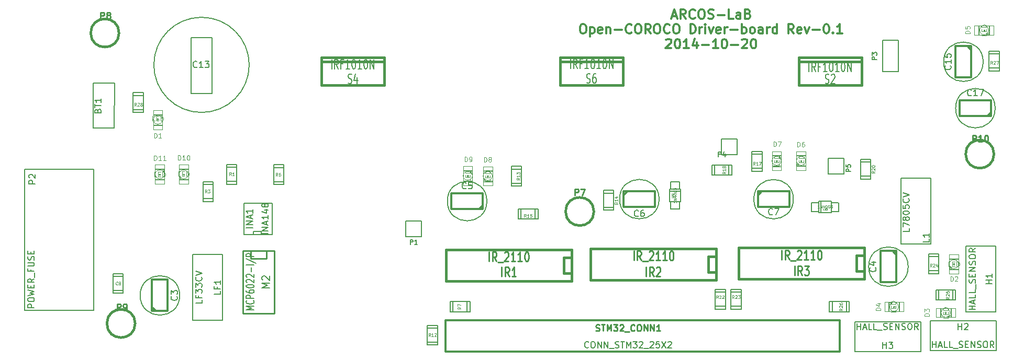
<source format=gto>
G04 (created by PCBNEW (22-Jun-2014 BZR 4027)-stable) date vie 24 oct 2014 06:28:31 CST*
%MOIN*%
G04 Gerber Fmt 3.4, Leading zero omitted, Abs format*
%FSLAX34Y34*%
G01*
G70*
G90*
G04 APERTURE LIST*
%ADD10C,0.00590551*%
%ADD11C,0.011811*%
%ADD12C,0.006*%
%ADD13C,0.005*%
%ADD14C,0.015*%
%ADD15C,0.012*%
%ADD16C,0.0026*%
%ADD17C,0.004*%
%ADD18C,0.01*%
%ADD19C,0.002*%
%ADD20C,0.0035*%
%ADD21C,0.008*%
%ADD22C,0.0047*%
%ADD23C,0.01125*%
%ADD24C,0.0108*%
G04 APERTURE END LIST*
G54D10*
G54D11*
X92921Y-52150D02*
X93202Y-52150D01*
X92865Y-52319D02*
X93061Y-51728D01*
X93258Y-52319D01*
X93793Y-52319D02*
X93596Y-52037D01*
X93455Y-52319D02*
X93455Y-51728D01*
X93680Y-51728D01*
X93736Y-51756D01*
X93764Y-51784D01*
X93793Y-51840D01*
X93793Y-51925D01*
X93764Y-51981D01*
X93736Y-52009D01*
X93680Y-52037D01*
X93455Y-52037D01*
X94383Y-52262D02*
X94355Y-52290D01*
X94271Y-52319D01*
X94214Y-52319D01*
X94130Y-52290D01*
X94074Y-52234D01*
X94046Y-52178D01*
X94017Y-52065D01*
X94017Y-51981D01*
X94046Y-51869D01*
X94074Y-51812D01*
X94130Y-51756D01*
X94214Y-51728D01*
X94271Y-51728D01*
X94355Y-51756D01*
X94383Y-51784D01*
X94749Y-51728D02*
X94861Y-51728D01*
X94917Y-51756D01*
X94974Y-51812D01*
X95002Y-51925D01*
X95002Y-52122D01*
X94974Y-52234D01*
X94917Y-52290D01*
X94861Y-52319D01*
X94749Y-52319D01*
X94692Y-52290D01*
X94636Y-52234D01*
X94608Y-52122D01*
X94608Y-51925D01*
X94636Y-51812D01*
X94692Y-51756D01*
X94749Y-51728D01*
X95227Y-52290D02*
X95311Y-52319D01*
X95452Y-52319D01*
X95508Y-52290D01*
X95536Y-52262D01*
X95564Y-52206D01*
X95564Y-52150D01*
X95536Y-52094D01*
X95508Y-52065D01*
X95452Y-52037D01*
X95339Y-52009D01*
X95283Y-51981D01*
X95255Y-51953D01*
X95227Y-51897D01*
X95227Y-51840D01*
X95255Y-51784D01*
X95283Y-51756D01*
X95339Y-51728D01*
X95480Y-51728D01*
X95564Y-51756D01*
X95817Y-52094D02*
X96267Y-52094D01*
X96830Y-52319D02*
X96548Y-52319D01*
X96548Y-51728D01*
X97280Y-52319D02*
X97280Y-52009D01*
X97251Y-51953D01*
X97195Y-51925D01*
X97083Y-51925D01*
X97026Y-51953D01*
X97280Y-52290D02*
X97223Y-52319D01*
X97083Y-52319D01*
X97026Y-52290D01*
X96998Y-52234D01*
X96998Y-52178D01*
X97026Y-52122D01*
X97083Y-52094D01*
X97223Y-52094D01*
X97280Y-52065D01*
X97758Y-52009D02*
X97842Y-52037D01*
X97870Y-52065D01*
X97898Y-52122D01*
X97898Y-52206D01*
X97870Y-52262D01*
X97842Y-52290D01*
X97786Y-52319D01*
X97561Y-52319D01*
X97561Y-51728D01*
X97758Y-51728D01*
X97814Y-51756D01*
X97842Y-51784D01*
X97870Y-51840D01*
X97870Y-51897D01*
X97842Y-51953D01*
X97814Y-51981D01*
X97758Y-52009D01*
X97561Y-52009D01*
X87198Y-52673D02*
X87311Y-52673D01*
X87367Y-52701D01*
X87423Y-52757D01*
X87451Y-52870D01*
X87451Y-53067D01*
X87423Y-53179D01*
X87367Y-53235D01*
X87311Y-53263D01*
X87198Y-53263D01*
X87142Y-53235D01*
X87086Y-53179D01*
X87057Y-53067D01*
X87057Y-52870D01*
X87086Y-52757D01*
X87142Y-52701D01*
X87198Y-52673D01*
X87704Y-52870D02*
X87704Y-53460D01*
X87704Y-52898D02*
X87760Y-52870D01*
X87873Y-52870D01*
X87929Y-52898D01*
X87957Y-52926D01*
X87985Y-52982D01*
X87985Y-53151D01*
X87957Y-53207D01*
X87929Y-53235D01*
X87873Y-53263D01*
X87760Y-53263D01*
X87704Y-53235D01*
X88463Y-53235D02*
X88407Y-53263D01*
X88295Y-53263D01*
X88239Y-53235D01*
X88210Y-53179D01*
X88210Y-52954D01*
X88239Y-52898D01*
X88295Y-52870D01*
X88407Y-52870D01*
X88463Y-52898D01*
X88492Y-52954D01*
X88492Y-53010D01*
X88210Y-53067D01*
X88745Y-52870D02*
X88745Y-53263D01*
X88745Y-52926D02*
X88773Y-52898D01*
X88829Y-52870D01*
X88913Y-52870D01*
X88970Y-52898D01*
X88998Y-52954D01*
X88998Y-53263D01*
X89279Y-53038D02*
X89729Y-53038D01*
X90348Y-53207D02*
X90320Y-53235D01*
X90235Y-53263D01*
X90179Y-53263D01*
X90095Y-53235D01*
X90038Y-53179D01*
X90010Y-53123D01*
X89982Y-53010D01*
X89982Y-52926D01*
X90010Y-52813D01*
X90038Y-52757D01*
X90095Y-52701D01*
X90179Y-52673D01*
X90235Y-52673D01*
X90320Y-52701D01*
X90348Y-52729D01*
X90713Y-52673D02*
X90826Y-52673D01*
X90882Y-52701D01*
X90938Y-52757D01*
X90966Y-52870D01*
X90966Y-53067D01*
X90938Y-53179D01*
X90882Y-53235D01*
X90826Y-53263D01*
X90713Y-53263D01*
X90657Y-53235D01*
X90601Y-53179D01*
X90573Y-53067D01*
X90573Y-52870D01*
X90601Y-52757D01*
X90657Y-52701D01*
X90713Y-52673D01*
X91557Y-53263D02*
X91360Y-52982D01*
X91219Y-53263D02*
X91219Y-52673D01*
X91444Y-52673D01*
X91501Y-52701D01*
X91529Y-52729D01*
X91557Y-52785D01*
X91557Y-52870D01*
X91529Y-52926D01*
X91501Y-52954D01*
X91444Y-52982D01*
X91219Y-52982D01*
X91922Y-52673D02*
X92035Y-52673D01*
X92091Y-52701D01*
X92147Y-52757D01*
X92176Y-52870D01*
X92176Y-53067D01*
X92147Y-53179D01*
X92091Y-53235D01*
X92035Y-53263D01*
X91922Y-53263D01*
X91866Y-53235D01*
X91810Y-53179D01*
X91782Y-53067D01*
X91782Y-52870D01*
X91810Y-52757D01*
X91866Y-52701D01*
X91922Y-52673D01*
X92766Y-53207D02*
X92738Y-53235D01*
X92654Y-53263D01*
X92597Y-53263D01*
X92513Y-53235D01*
X92457Y-53179D01*
X92429Y-53123D01*
X92401Y-53010D01*
X92401Y-52926D01*
X92429Y-52813D01*
X92457Y-52757D01*
X92513Y-52701D01*
X92597Y-52673D01*
X92654Y-52673D01*
X92738Y-52701D01*
X92766Y-52729D01*
X93132Y-52673D02*
X93244Y-52673D01*
X93300Y-52701D01*
X93357Y-52757D01*
X93385Y-52870D01*
X93385Y-53067D01*
X93357Y-53179D01*
X93300Y-53235D01*
X93244Y-53263D01*
X93132Y-53263D01*
X93075Y-53235D01*
X93019Y-53179D01*
X92991Y-53067D01*
X92991Y-52870D01*
X93019Y-52757D01*
X93075Y-52701D01*
X93132Y-52673D01*
X94088Y-53263D02*
X94088Y-52673D01*
X94228Y-52673D01*
X94313Y-52701D01*
X94369Y-52757D01*
X94397Y-52813D01*
X94425Y-52926D01*
X94425Y-53010D01*
X94397Y-53123D01*
X94369Y-53179D01*
X94313Y-53235D01*
X94228Y-53263D01*
X94088Y-53263D01*
X94678Y-53263D02*
X94678Y-52870D01*
X94678Y-52982D02*
X94706Y-52926D01*
X94735Y-52898D01*
X94791Y-52870D01*
X94847Y-52870D01*
X95044Y-53263D02*
X95044Y-52870D01*
X95044Y-52673D02*
X95016Y-52701D01*
X95044Y-52729D01*
X95072Y-52701D01*
X95044Y-52673D01*
X95044Y-52729D01*
X95269Y-52870D02*
X95410Y-53263D01*
X95550Y-52870D01*
X96000Y-53235D02*
X95944Y-53263D01*
X95831Y-53263D01*
X95775Y-53235D01*
X95747Y-53179D01*
X95747Y-52954D01*
X95775Y-52898D01*
X95831Y-52870D01*
X95944Y-52870D01*
X96000Y-52898D01*
X96028Y-52954D01*
X96028Y-53010D01*
X95747Y-53067D01*
X96281Y-53263D02*
X96281Y-52870D01*
X96281Y-52982D02*
X96309Y-52926D01*
X96338Y-52898D01*
X96394Y-52870D01*
X96450Y-52870D01*
X96647Y-53038D02*
X97097Y-53038D01*
X97378Y-53263D02*
X97378Y-52673D01*
X97378Y-52898D02*
X97434Y-52870D01*
X97547Y-52870D01*
X97603Y-52898D01*
X97631Y-52926D01*
X97659Y-52982D01*
X97659Y-53151D01*
X97631Y-53207D01*
X97603Y-53235D01*
X97547Y-53263D01*
X97434Y-53263D01*
X97378Y-53235D01*
X97997Y-53263D02*
X97940Y-53235D01*
X97912Y-53207D01*
X97884Y-53151D01*
X97884Y-52982D01*
X97912Y-52926D01*
X97940Y-52898D01*
X97997Y-52870D01*
X98081Y-52870D01*
X98137Y-52898D01*
X98165Y-52926D01*
X98194Y-52982D01*
X98194Y-53151D01*
X98165Y-53207D01*
X98137Y-53235D01*
X98081Y-53263D01*
X97997Y-53263D01*
X98700Y-53263D02*
X98700Y-52954D01*
X98672Y-52898D01*
X98615Y-52870D01*
X98503Y-52870D01*
X98447Y-52898D01*
X98700Y-53235D02*
X98643Y-53263D01*
X98503Y-53263D01*
X98447Y-53235D01*
X98418Y-53179D01*
X98418Y-53123D01*
X98447Y-53067D01*
X98503Y-53038D01*
X98643Y-53038D01*
X98700Y-53010D01*
X98981Y-53263D02*
X98981Y-52870D01*
X98981Y-52982D02*
X99009Y-52926D01*
X99037Y-52898D01*
X99093Y-52870D01*
X99150Y-52870D01*
X99600Y-53263D02*
X99600Y-52673D01*
X99600Y-53235D02*
X99543Y-53263D01*
X99431Y-53263D01*
X99375Y-53235D01*
X99347Y-53207D01*
X99318Y-53151D01*
X99318Y-52982D01*
X99347Y-52926D01*
X99375Y-52898D01*
X99431Y-52870D01*
X99543Y-52870D01*
X99600Y-52898D01*
X100668Y-53263D02*
X100471Y-52982D01*
X100331Y-53263D02*
X100331Y-52673D01*
X100556Y-52673D01*
X100612Y-52701D01*
X100640Y-52729D01*
X100668Y-52785D01*
X100668Y-52870D01*
X100640Y-52926D01*
X100612Y-52954D01*
X100556Y-52982D01*
X100331Y-52982D01*
X101146Y-53235D02*
X101090Y-53263D01*
X100978Y-53263D01*
X100921Y-53235D01*
X100893Y-53179D01*
X100893Y-52954D01*
X100921Y-52898D01*
X100978Y-52870D01*
X101090Y-52870D01*
X101146Y-52898D01*
X101174Y-52954D01*
X101174Y-53010D01*
X100893Y-53067D01*
X101371Y-52870D02*
X101512Y-53263D01*
X101652Y-52870D01*
X101877Y-53038D02*
X102327Y-53038D01*
X102721Y-52673D02*
X102777Y-52673D01*
X102834Y-52701D01*
X102862Y-52729D01*
X102890Y-52785D01*
X102918Y-52898D01*
X102918Y-53038D01*
X102890Y-53151D01*
X102862Y-53207D01*
X102834Y-53235D01*
X102777Y-53263D01*
X102721Y-53263D01*
X102665Y-53235D01*
X102637Y-53207D01*
X102609Y-53151D01*
X102580Y-53038D01*
X102580Y-52898D01*
X102609Y-52785D01*
X102637Y-52729D01*
X102665Y-52701D01*
X102721Y-52673D01*
X103171Y-53207D02*
X103199Y-53235D01*
X103171Y-53263D01*
X103143Y-53235D01*
X103171Y-53207D01*
X103171Y-53263D01*
X103762Y-53263D02*
X103424Y-53263D01*
X103593Y-53263D02*
X103593Y-52673D01*
X103537Y-52757D01*
X103480Y-52813D01*
X103424Y-52842D01*
X92541Y-53674D02*
X92569Y-53646D01*
X92625Y-53618D01*
X92766Y-53618D01*
X92822Y-53646D01*
X92850Y-53674D01*
X92879Y-53730D01*
X92879Y-53786D01*
X92850Y-53871D01*
X92513Y-54208D01*
X92879Y-54208D01*
X93244Y-53618D02*
X93300Y-53618D01*
X93357Y-53646D01*
X93385Y-53674D01*
X93413Y-53730D01*
X93441Y-53843D01*
X93441Y-53983D01*
X93413Y-54096D01*
X93385Y-54152D01*
X93357Y-54180D01*
X93300Y-54208D01*
X93244Y-54208D01*
X93188Y-54180D01*
X93160Y-54152D01*
X93132Y-54096D01*
X93104Y-53983D01*
X93104Y-53843D01*
X93132Y-53730D01*
X93160Y-53674D01*
X93188Y-53646D01*
X93244Y-53618D01*
X94003Y-54208D02*
X93666Y-54208D01*
X93835Y-54208D02*
X93835Y-53618D01*
X93778Y-53702D01*
X93722Y-53758D01*
X93666Y-53786D01*
X94510Y-53815D02*
X94510Y-54208D01*
X94369Y-53590D02*
X94228Y-54011D01*
X94594Y-54011D01*
X94819Y-53983D02*
X95269Y-53983D01*
X95859Y-54208D02*
X95522Y-54208D01*
X95691Y-54208D02*
X95691Y-53618D01*
X95634Y-53702D01*
X95578Y-53758D01*
X95522Y-53786D01*
X96225Y-53618D02*
X96281Y-53618D01*
X96338Y-53646D01*
X96366Y-53674D01*
X96394Y-53730D01*
X96422Y-53843D01*
X96422Y-53983D01*
X96394Y-54096D01*
X96366Y-54152D01*
X96338Y-54180D01*
X96281Y-54208D01*
X96225Y-54208D01*
X96169Y-54180D01*
X96141Y-54152D01*
X96113Y-54096D01*
X96084Y-53983D01*
X96084Y-53843D01*
X96113Y-53730D01*
X96141Y-53674D01*
X96169Y-53646D01*
X96225Y-53618D01*
X96675Y-53983D02*
X97125Y-53983D01*
X97378Y-53674D02*
X97406Y-53646D01*
X97462Y-53618D01*
X97603Y-53618D01*
X97659Y-53646D01*
X97687Y-53674D01*
X97715Y-53730D01*
X97715Y-53786D01*
X97687Y-53871D01*
X97350Y-54208D01*
X97715Y-54208D01*
X98081Y-53618D02*
X98137Y-53618D01*
X98194Y-53646D01*
X98222Y-53674D01*
X98250Y-53730D01*
X98278Y-53843D01*
X98278Y-53983D01*
X98250Y-54096D01*
X98222Y-54152D01*
X98194Y-54180D01*
X98137Y-54208D01*
X98081Y-54208D01*
X98025Y-54180D01*
X97997Y-54152D01*
X97969Y-54096D01*
X97940Y-53983D01*
X97940Y-53843D01*
X97969Y-53730D01*
X97997Y-53674D01*
X98025Y-53646D01*
X98081Y-53618D01*
G54D12*
X106330Y-53705D02*
X107330Y-53705D01*
X107330Y-53705D02*
X107330Y-55705D01*
X107330Y-55705D02*
X106330Y-55705D01*
X106330Y-55705D02*
X106330Y-53705D01*
X76950Y-66240D02*
X75950Y-66240D01*
X75950Y-65240D02*
X76950Y-65240D01*
X75950Y-66240D02*
X75950Y-65240D01*
X76950Y-65240D02*
X76950Y-66240D01*
X96050Y-59990D02*
X97050Y-59990D01*
X97050Y-60990D02*
X96050Y-60990D01*
X97050Y-59990D02*
X97050Y-60990D01*
X96050Y-60990D02*
X96050Y-59990D01*
X102865Y-61230D02*
X103865Y-61230D01*
X103865Y-62230D02*
X102865Y-62230D01*
X103865Y-61230D02*
X103865Y-62230D01*
X102865Y-62230D02*
X102865Y-61230D01*
G54D10*
X51715Y-70910D02*
X56115Y-70910D01*
X56115Y-70910D02*
X56115Y-61910D01*
X56115Y-61910D02*
X51715Y-61910D01*
X51715Y-61910D02*
X51715Y-70910D01*
G54D13*
X101790Y-64610D02*
X101790Y-64050D01*
X103060Y-64680D02*
X102250Y-64680D01*
X102250Y-63960D02*
X103060Y-63960D01*
X103520Y-64610D02*
X103520Y-64050D01*
X103090Y-64050D02*
X103510Y-64050D01*
X103510Y-64610D02*
X103080Y-64610D01*
X102230Y-64610D02*
X101790Y-64610D01*
X101800Y-64050D02*
X102230Y-64050D01*
X103070Y-64680D02*
X103070Y-63960D01*
X102410Y-64680D02*
X102410Y-63960D01*
X102250Y-63960D02*
X102250Y-64680D01*
X92830Y-62720D02*
X93390Y-62720D01*
X92760Y-63990D02*
X92760Y-63180D01*
X93480Y-63180D02*
X93480Y-63990D01*
X92830Y-64450D02*
X93390Y-64450D01*
X93390Y-64020D02*
X93390Y-64440D01*
X92830Y-64440D02*
X92830Y-64010D01*
X92830Y-63160D02*
X92830Y-62720D01*
X93390Y-62730D02*
X93390Y-63160D01*
X92760Y-64000D02*
X93480Y-64000D01*
X92760Y-63340D02*
X93480Y-63340D01*
X93480Y-63180D02*
X92760Y-63180D01*
G54D14*
X57710Y-53230D02*
G75*
G03X57710Y-53230I-900J0D01*
G74*
G01*
X58738Y-71764D02*
G75*
G03X58738Y-71764I-900J0D01*
G74*
G01*
X113418Y-60956D02*
G75*
G03X113418Y-60956I-900J0D01*
G74*
G01*
G54D10*
X113496Y-58030D02*
G75*
G03X113496Y-58030I-1258J0D01*
G74*
G01*
G54D15*
X113218Y-58530D02*
X111238Y-58530D01*
X111238Y-58530D02*
X111238Y-57530D01*
X111238Y-57530D02*
X113238Y-57530D01*
X113238Y-57530D02*
X113238Y-58530D01*
X113238Y-58280D02*
X112988Y-58530D01*
G54D10*
X100646Y-63835D02*
G75*
G03X100646Y-63835I-1258J0D01*
G74*
G01*
G54D15*
X98408Y-63335D02*
X100388Y-63335D01*
X100388Y-63335D02*
X100388Y-64335D01*
X100388Y-64335D02*
X98388Y-64335D01*
X98388Y-64335D02*
X98388Y-63335D01*
X98388Y-63585D02*
X98638Y-63335D01*
G54D10*
X81133Y-63960D02*
G75*
G03X81133Y-63960I-1258J0D01*
G74*
G01*
G54D15*
X80855Y-64460D02*
X78875Y-64460D01*
X78875Y-64460D02*
X78875Y-63460D01*
X78875Y-63460D02*
X80875Y-63460D01*
X80875Y-63460D02*
X80875Y-64460D01*
X80875Y-64210D02*
X80625Y-64460D01*
G54D10*
X61573Y-69975D02*
G75*
G03X61573Y-69975I-1258J0D01*
G74*
G01*
G54D15*
X59815Y-70955D02*
X59815Y-68975D01*
X59815Y-68975D02*
X60815Y-68975D01*
X60815Y-68975D02*
X60815Y-70975D01*
X60815Y-70975D02*
X59815Y-70975D01*
X60065Y-70975D02*
X59815Y-70725D01*
G54D10*
X92098Y-63830D02*
G75*
G03X92098Y-63830I-1258J0D01*
G74*
G01*
G54D15*
X89860Y-63330D02*
X91840Y-63330D01*
X91840Y-63330D02*
X91840Y-64330D01*
X91840Y-64330D02*
X89840Y-64330D01*
X89840Y-64330D02*
X89840Y-63330D01*
X89840Y-63580D02*
X90090Y-63330D01*
G54D10*
X107958Y-68140D02*
G75*
G03X107958Y-68140I-1258J0D01*
G74*
G01*
G54D15*
X107200Y-67160D02*
X107200Y-69140D01*
X107200Y-69140D02*
X106200Y-69140D01*
X106200Y-69140D02*
X106200Y-67140D01*
X106200Y-67140D02*
X107200Y-67140D01*
X106950Y-67140D02*
X107200Y-67390D01*
G54D10*
X112732Y-55066D02*
G75*
G03X112732Y-55066I-1258J0D01*
G74*
G01*
G54D15*
X111974Y-54086D02*
X111974Y-56066D01*
X111974Y-56066D02*
X110974Y-56066D01*
X110974Y-56066D02*
X110974Y-54066D01*
X110974Y-54066D02*
X111974Y-54066D01*
X111724Y-54066D02*
X111974Y-54316D01*
G54D13*
X58615Y-58110D02*
X59255Y-58110D01*
X59255Y-57210D02*
X58615Y-57210D01*
X59255Y-57030D02*
X58615Y-57030D01*
X58615Y-57030D02*
X58615Y-58290D01*
X58615Y-58290D02*
X59255Y-58290D01*
X59255Y-58290D02*
X59255Y-57030D01*
X113110Y-55470D02*
X113750Y-55470D01*
X113750Y-54570D02*
X113110Y-54570D01*
X113750Y-54390D02*
X113110Y-54390D01*
X113110Y-54390D02*
X113110Y-55650D01*
X113110Y-55650D02*
X113750Y-55650D01*
X113750Y-55650D02*
X113750Y-54390D01*
X79875Y-71015D02*
X79875Y-70375D01*
X78975Y-70375D02*
X78975Y-71015D01*
X78795Y-70375D02*
X78795Y-71015D01*
X78795Y-71015D02*
X80055Y-71015D01*
X80055Y-71015D02*
X80055Y-70375D01*
X80055Y-70375D02*
X78795Y-70375D01*
X77985Y-72063D02*
X77345Y-72063D01*
X77345Y-72963D02*
X77985Y-72963D01*
X77345Y-73143D02*
X77985Y-73143D01*
X77985Y-73143D02*
X77985Y-71883D01*
X77985Y-71883D02*
X77345Y-71883D01*
X77345Y-71883D02*
X77345Y-73143D01*
X68190Y-61820D02*
X67550Y-61820D01*
X67550Y-62720D02*
X68190Y-62720D01*
X67550Y-62900D02*
X68190Y-62900D01*
X68190Y-62900D02*
X68190Y-61640D01*
X68190Y-61640D02*
X67550Y-61640D01*
X67550Y-61640D02*
X67550Y-62900D01*
X88570Y-64350D02*
X89210Y-64350D01*
X89210Y-63450D02*
X88570Y-63450D01*
X89210Y-63270D02*
X88570Y-63270D01*
X88570Y-63270D02*
X88570Y-64530D01*
X88570Y-64530D02*
X89210Y-64530D01*
X89210Y-64530D02*
X89210Y-63270D01*
X104925Y-62365D02*
X105565Y-62365D01*
X105565Y-61465D02*
X104925Y-61465D01*
X105565Y-61285D02*
X104925Y-61285D01*
X104925Y-61285D02*
X104925Y-62545D01*
X104925Y-62545D02*
X105565Y-62545D01*
X105565Y-62545D02*
X105565Y-61285D01*
X96546Y-62294D02*
X96546Y-61654D01*
X95646Y-61654D02*
X95646Y-62294D01*
X95466Y-61654D02*
X95466Y-62294D01*
X95466Y-62294D02*
X96726Y-62294D01*
X96726Y-62294D02*
X96726Y-61654D01*
X96726Y-61654D02*
X95466Y-61654D01*
X98014Y-61866D02*
X98654Y-61866D01*
X98654Y-60966D02*
X98014Y-60966D01*
X98654Y-60786D02*
X98014Y-60786D01*
X98014Y-60786D02*
X98014Y-62046D01*
X98014Y-62046D02*
X98654Y-62046D01*
X98654Y-62046D02*
X98654Y-60786D01*
X83304Y-64448D02*
X83304Y-65088D01*
X84204Y-65088D02*
X84204Y-64448D01*
X84384Y-65088D02*
X84384Y-64448D01*
X84384Y-64448D02*
X83124Y-64448D01*
X83124Y-64448D02*
X83124Y-65088D01*
X83124Y-65088D02*
X84384Y-65088D01*
X82686Y-62820D02*
X83326Y-62820D01*
X83326Y-61920D02*
X82686Y-61920D01*
X83326Y-61740D02*
X82686Y-61740D01*
X82686Y-61740D02*
X82686Y-63000D01*
X82686Y-63000D02*
X83326Y-63000D01*
X83326Y-63000D02*
X83326Y-61740D01*
X63715Y-62903D02*
X63075Y-62903D01*
X63075Y-63803D02*
X63715Y-63803D01*
X63075Y-63983D02*
X63715Y-63983D01*
X63715Y-63983D02*
X63715Y-62723D01*
X63715Y-62723D02*
X63075Y-62723D01*
X63075Y-62723D02*
X63075Y-63983D01*
X64574Y-62698D02*
X65214Y-62698D01*
X65214Y-61798D02*
X64574Y-61798D01*
X65214Y-61618D02*
X64574Y-61618D01*
X64574Y-61618D02*
X64574Y-62878D01*
X64574Y-62878D02*
X65214Y-62878D01*
X65214Y-62878D02*
X65214Y-61618D01*
X104025Y-71015D02*
X104025Y-70375D01*
X103125Y-70375D02*
X103125Y-71015D01*
X102945Y-70375D02*
X102945Y-71015D01*
X102945Y-71015D02*
X104205Y-71015D01*
X104205Y-71015D02*
X104205Y-70375D01*
X104205Y-70375D02*
X102945Y-70375D01*
X97320Y-69770D02*
X96680Y-69770D01*
X96680Y-70670D02*
X97320Y-70670D01*
X96680Y-70850D02*
X97320Y-70850D01*
X97320Y-70850D02*
X97320Y-69590D01*
X97320Y-69590D02*
X96680Y-69590D01*
X96680Y-69590D02*
X96680Y-70850D01*
X96320Y-69770D02*
X95680Y-69770D01*
X95680Y-70670D02*
X96320Y-70670D01*
X95680Y-70850D02*
X96320Y-70850D01*
X96320Y-70850D02*
X96320Y-69590D01*
X96320Y-69590D02*
X95680Y-69590D01*
X95680Y-69590D02*
X95680Y-70850D01*
X110800Y-70270D02*
X110800Y-69630D01*
X109900Y-69630D02*
X109900Y-70270D01*
X109720Y-69630D02*
X109720Y-70270D01*
X109720Y-70270D02*
X110980Y-70270D01*
X110980Y-70270D02*
X110980Y-69630D01*
X110980Y-69630D02*
X109720Y-69630D01*
X109255Y-68400D02*
X109895Y-68400D01*
X109895Y-67500D02*
X109255Y-67500D01*
X109895Y-67320D02*
X109255Y-67320D01*
X109255Y-67320D02*
X109255Y-68580D01*
X109255Y-68580D02*
X109895Y-68580D01*
X109895Y-68580D02*
X109895Y-67320D01*
G54D16*
X99618Y-61429D02*
X99618Y-61351D01*
X99618Y-61351D02*
X99540Y-61351D01*
X99540Y-61429D02*
X99540Y-61351D01*
X99618Y-61429D02*
X99540Y-61429D01*
X99854Y-61213D02*
X99854Y-61076D01*
X99854Y-61076D02*
X99756Y-61076D01*
X99756Y-61213D02*
X99756Y-61076D01*
X99854Y-61213D02*
X99756Y-61213D01*
X99854Y-61076D02*
X99854Y-61036D01*
X99854Y-61036D02*
X99383Y-61036D01*
X99383Y-61076D02*
X99383Y-61036D01*
X99854Y-61076D02*
X99383Y-61076D01*
X99363Y-61076D02*
X99363Y-61036D01*
X99363Y-61036D02*
X99304Y-61036D01*
X99304Y-61076D02*
X99304Y-61036D01*
X99363Y-61076D02*
X99304Y-61076D01*
X99854Y-61744D02*
X99854Y-61704D01*
X99854Y-61704D02*
X99383Y-61704D01*
X99383Y-61744D02*
X99383Y-61704D01*
X99854Y-61744D02*
X99383Y-61744D01*
X99363Y-61744D02*
X99363Y-61704D01*
X99363Y-61704D02*
X99304Y-61704D01*
X99304Y-61744D02*
X99304Y-61704D01*
X99363Y-61744D02*
X99304Y-61744D01*
X99854Y-61213D02*
X99854Y-61154D01*
X99854Y-61154D02*
X99756Y-61154D01*
X99756Y-61213D02*
X99756Y-61154D01*
X99854Y-61213D02*
X99756Y-61213D01*
G54D17*
X99874Y-60780D02*
X99874Y-62000D01*
X99874Y-62000D02*
X99284Y-62000D01*
X99284Y-62000D02*
X99284Y-60780D01*
X99284Y-60780D02*
X99874Y-60780D01*
X99775Y-61605D02*
G75*
G03X99774Y-61173I-196J215D01*
G74*
G01*
X99382Y-61605D02*
G75*
G03X99774Y-61606I196J215D01*
G74*
G01*
X99382Y-61174D02*
G75*
G03X99383Y-61606I196J-215D01*
G74*
G01*
X99775Y-61174D02*
G75*
G03X99383Y-61173I-196J-215D01*
G74*
G01*
G54D16*
X101104Y-61349D02*
X101104Y-61427D01*
X101104Y-61427D02*
X101182Y-61427D01*
X101182Y-61349D02*
X101182Y-61427D01*
X101104Y-61349D02*
X101182Y-61349D01*
X100868Y-61565D02*
X100868Y-61702D01*
X100868Y-61702D02*
X100966Y-61702D01*
X100966Y-61565D02*
X100966Y-61702D01*
X100868Y-61565D02*
X100966Y-61565D01*
X100868Y-61702D02*
X100868Y-61742D01*
X100868Y-61742D02*
X101339Y-61742D01*
X101339Y-61702D02*
X101339Y-61742D01*
X100868Y-61702D02*
X101339Y-61702D01*
X101359Y-61702D02*
X101359Y-61742D01*
X101359Y-61742D02*
X101418Y-61742D01*
X101418Y-61702D02*
X101418Y-61742D01*
X101359Y-61702D02*
X101418Y-61702D01*
X100868Y-61034D02*
X100868Y-61074D01*
X100868Y-61074D02*
X101339Y-61074D01*
X101339Y-61034D02*
X101339Y-61074D01*
X100868Y-61034D02*
X101339Y-61034D01*
X101359Y-61034D02*
X101359Y-61074D01*
X101359Y-61074D02*
X101418Y-61074D01*
X101418Y-61034D02*
X101418Y-61074D01*
X101359Y-61034D02*
X101418Y-61034D01*
X100868Y-61565D02*
X100868Y-61624D01*
X100868Y-61624D02*
X100966Y-61624D01*
X100966Y-61565D02*
X100966Y-61624D01*
X100868Y-61565D02*
X100966Y-61565D01*
G54D17*
X100848Y-61998D02*
X100848Y-60778D01*
X100848Y-60778D02*
X101438Y-60778D01*
X101438Y-60778D02*
X101438Y-61998D01*
X101438Y-61998D02*
X100848Y-61998D01*
X100946Y-61172D02*
G75*
G03X100947Y-61604I196J-215D01*
G74*
G01*
X101339Y-61172D02*
G75*
G03X100947Y-61171I-196J-215D01*
G74*
G01*
X101339Y-61603D02*
G75*
G03X101338Y-61171I-196J215D01*
G74*
G01*
X100946Y-61603D02*
G75*
G03X101338Y-61604I196J215D01*
G74*
G01*
G54D16*
X79955Y-62383D02*
X79955Y-62305D01*
X79955Y-62305D02*
X79877Y-62305D01*
X79877Y-62383D02*
X79877Y-62305D01*
X79955Y-62383D02*
X79877Y-62383D01*
X80191Y-62167D02*
X80191Y-62030D01*
X80191Y-62030D02*
X80093Y-62030D01*
X80093Y-62167D02*
X80093Y-62030D01*
X80191Y-62167D02*
X80093Y-62167D01*
X80191Y-62030D02*
X80191Y-61990D01*
X80191Y-61990D02*
X79720Y-61990D01*
X79720Y-62030D02*
X79720Y-61990D01*
X80191Y-62030D02*
X79720Y-62030D01*
X79700Y-62030D02*
X79700Y-61990D01*
X79700Y-61990D02*
X79641Y-61990D01*
X79641Y-62030D02*
X79641Y-61990D01*
X79700Y-62030D02*
X79641Y-62030D01*
X80191Y-62698D02*
X80191Y-62658D01*
X80191Y-62658D02*
X79720Y-62658D01*
X79720Y-62698D02*
X79720Y-62658D01*
X80191Y-62698D02*
X79720Y-62698D01*
X79700Y-62698D02*
X79700Y-62658D01*
X79700Y-62658D02*
X79641Y-62658D01*
X79641Y-62698D02*
X79641Y-62658D01*
X79700Y-62698D02*
X79641Y-62698D01*
X80191Y-62167D02*
X80191Y-62108D01*
X80191Y-62108D02*
X80093Y-62108D01*
X80093Y-62167D02*
X80093Y-62108D01*
X80191Y-62167D02*
X80093Y-62167D01*
G54D17*
X80211Y-61734D02*
X80211Y-62954D01*
X80211Y-62954D02*
X79621Y-62954D01*
X79621Y-62954D02*
X79621Y-61734D01*
X79621Y-61734D02*
X80211Y-61734D01*
X80112Y-62559D02*
G75*
G03X80111Y-62127I-196J215D01*
G74*
G01*
X79719Y-62559D02*
G75*
G03X80111Y-62560I196J215D01*
G74*
G01*
X79719Y-62128D02*
G75*
G03X79720Y-62560I196J-215D01*
G74*
G01*
X80112Y-62128D02*
G75*
G03X79720Y-62127I-196J-215D01*
G74*
G01*
G54D16*
X81149Y-62320D02*
X81149Y-62398D01*
X81149Y-62398D02*
X81227Y-62398D01*
X81227Y-62320D02*
X81227Y-62398D01*
X81149Y-62320D02*
X81227Y-62320D01*
X80913Y-62536D02*
X80913Y-62673D01*
X80913Y-62673D02*
X81011Y-62673D01*
X81011Y-62536D02*
X81011Y-62673D01*
X80913Y-62536D02*
X81011Y-62536D01*
X80913Y-62673D02*
X80913Y-62713D01*
X80913Y-62713D02*
X81384Y-62713D01*
X81384Y-62673D02*
X81384Y-62713D01*
X80913Y-62673D02*
X81384Y-62673D01*
X81404Y-62673D02*
X81404Y-62713D01*
X81404Y-62713D02*
X81463Y-62713D01*
X81463Y-62673D02*
X81463Y-62713D01*
X81404Y-62673D02*
X81463Y-62673D01*
X80913Y-62005D02*
X80913Y-62045D01*
X80913Y-62045D02*
X81384Y-62045D01*
X81384Y-62005D02*
X81384Y-62045D01*
X80913Y-62005D02*
X81384Y-62005D01*
X81404Y-62005D02*
X81404Y-62045D01*
X81404Y-62045D02*
X81463Y-62045D01*
X81463Y-62005D02*
X81463Y-62045D01*
X81404Y-62005D02*
X81463Y-62005D01*
X80913Y-62536D02*
X80913Y-62595D01*
X80913Y-62595D02*
X81011Y-62595D01*
X81011Y-62536D02*
X81011Y-62595D01*
X80913Y-62536D02*
X81011Y-62536D01*
G54D17*
X80893Y-62969D02*
X80893Y-61749D01*
X80893Y-61749D02*
X81483Y-61749D01*
X81483Y-61749D02*
X81483Y-62969D01*
X81483Y-62969D02*
X80893Y-62969D01*
X80991Y-62143D02*
G75*
G03X80992Y-62575I196J-215D01*
G74*
G01*
X81384Y-62143D02*
G75*
G03X80992Y-62142I-196J-215D01*
G74*
G01*
X81384Y-62574D02*
G75*
G03X81383Y-62142I-196J215D01*
G74*
G01*
X80991Y-62574D02*
G75*
G03X81383Y-62575I196J215D01*
G74*
G01*
G54D16*
X60345Y-62291D02*
X60345Y-62213D01*
X60345Y-62213D02*
X60267Y-62213D01*
X60267Y-62291D02*
X60267Y-62213D01*
X60345Y-62291D02*
X60267Y-62291D01*
X60581Y-62075D02*
X60581Y-61938D01*
X60581Y-61938D02*
X60483Y-61938D01*
X60483Y-62075D02*
X60483Y-61938D01*
X60581Y-62075D02*
X60483Y-62075D01*
X60581Y-61938D02*
X60581Y-61898D01*
X60581Y-61898D02*
X60110Y-61898D01*
X60110Y-61938D02*
X60110Y-61898D01*
X60581Y-61938D02*
X60110Y-61938D01*
X60090Y-61938D02*
X60090Y-61898D01*
X60090Y-61898D02*
X60031Y-61898D01*
X60031Y-61938D02*
X60031Y-61898D01*
X60090Y-61938D02*
X60031Y-61938D01*
X60581Y-62606D02*
X60581Y-62566D01*
X60581Y-62566D02*
X60110Y-62566D01*
X60110Y-62606D02*
X60110Y-62566D01*
X60581Y-62606D02*
X60110Y-62606D01*
X60090Y-62606D02*
X60090Y-62566D01*
X60090Y-62566D02*
X60031Y-62566D01*
X60031Y-62606D02*
X60031Y-62566D01*
X60090Y-62606D02*
X60031Y-62606D01*
X60581Y-62075D02*
X60581Y-62016D01*
X60581Y-62016D02*
X60483Y-62016D01*
X60483Y-62075D02*
X60483Y-62016D01*
X60581Y-62075D02*
X60483Y-62075D01*
G54D17*
X60601Y-61642D02*
X60601Y-62862D01*
X60601Y-62862D02*
X60011Y-62862D01*
X60011Y-62862D02*
X60011Y-61642D01*
X60011Y-61642D02*
X60601Y-61642D01*
X60502Y-62467D02*
G75*
G03X60501Y-62035I-196J215D01*
G74*
G01*
X60109Y-62467D02*
G75*
G03X60501Y-62468I196J215D01*
G74*
G01*
X60109Y-62036D02*
G75*
G03X60110Y-62468I196J-215D01*
G74*
G01*
X60502Y-62036D02*
G75*
G03X60110Y-62035I-196J-215D01*
G74*
G01*
G54D16*
X61785Y-62213D02*
X61785Y-62291D01*
X61785Y-62291D02*
X61863Y-62291D01*
X61863Y-62213D02*
X61863Y-62291D01*
X61785Y-62213D02*
X61863Y-62213D01*
X61549Y-62429D02*
X61549Y-62566D01*
X61549Y-62566D02*
X61647Y-62566D01*
X61647Y-62429D02*
X61647Y-62566D01*
X61549Y-62429D02*
X61647Y-62429D01*
X61549Y-62566D02*
X61549Y-62606D01*
X61549Y-62606D02*
X62020Y-62606D01*
X62020Y-62566D02*
X62020Y-62606D01*
X61549Y-62566D02*
X62020Y-62566D01*
X62040Y-62566D02*
X62040Y-62606D01*
X62040Y-62606D02*
X62099Y-62606D01*
X62099Y-62566D02*
X62099Y-62606D01*
X62040Y-62566D02*
X62099Y-62566D01*
X61549Y-61898D02*
X61549Y-61938D01*
X61549Y-61938D02*
X62020Y-61938D01*
X62020Y-61898D02*
X62020Y-61938D01*
X61549Y-61898D02*
X62020Y-61898D01*
X62040Y-61898D02*
X62040Y-61938D01*
X62040Y-61938D02*
X62099Y-61938D01*
X62099Y-61898D02*
X62099Y-61938D01*
X62040Y-61898D02*
X62099Y-61898D01*
X61549Y-62429D02*
X61549Y-62488D01*
X61549Y-62488D02*
X61647Y-62488D01*
X61647Y-62429D02*
X61647Y-62488D01*
X61549Y-62429D02*
X61647Y-62429D01*
G54D17*
X61529Y-62862D02*
X61529Y-61642D01*
X61529Y-61642D02*
X62119Y-61642D01*
X62119Y-61642D02*
X62119Y-62862D01*
X62119Y-62862D02*
X61529Y-62862D01*
X61627Y-62036D02*
G75*
G03X61628Y-62468I196J-215D01*
G74*
G01*
X62020Y-62036D02*
G75*
G03X61628Y-62035I-196J-215D01*
G74*
G01*
X62020Y-62467D02*
G75*
G03X62019Y-62035I-196J215D01*
G74*
G01*
X61627Y-62467D02*
G75*
G03X62019Y-62468I196J215D01*
G74*
G01*
G54D16*
X60225Y-58811D02*
X60225Y-58733D01*
X60225Y-58733D02*
X60147Y-58733D01*
X60147Y-58811D02*
X60147Y-58733D01*
X60225Y-58811D02*
X60147Y-58811D01*
X60461Y-58595D02*
X60461Y-58458D01*
X60461Y-58458D02*
X60363Y-58458D01*
X60363Y-58595D02*
X60363Y-58458D01*
X60461Y-58595D02*
X60363Y-58595D01*
X60461Y-58458D02*
X60461Y-58418D01*
X60461Y-58418D02*
X59990Y-58418D01*
X59990Y-58458D02*
X59990Y-58418D01*
X60461Y-58458D02*
X59990Y-58458D01*
X59970Y-58458D02*
X59970Y-58418D01*
X59970Y-58418D02*
X59911Y-58418D01*
X59911Y-58458D02*
X59911Y-58418D01*
X59970Y-58458D02*
X59911Y-58458D01*
X60461Y-59126D02*
X60461Y-59086D01*
X60461Y-59086D02*
X59990Y-59086D01*
X59990Y-59126D02*
X59990Y-59086D01*
X60461Y-59126D02*
X59990Y-59126D01*
X59970Y-59126D02*
X59970Y-59086D01*
X59970Y-59086D02*
X59911Y-59086D01*
X59911Y-59126D02*
X59911Y-59086D01*
X59970Y-59126D02*
X59911Y-59126D01*
X60461Y-58595D02*
X60461Y-58536D01*
X60461Y-58536D02*
X60363Y-58536D01*
X60363Y-58595D02*
X60363Y-58536D01*
X60461Y-58595D02*
X60363Y-58595D01*
G54D17*
X60481Y-58162D02*
X60481Y-59382D01*
X60481Y-59382D02*
X59891Y-59382D01*
X59891Y-59382D02*
X59891Y-58162D01*
X59891Y-58162D02*
X60481Y-58162D01*
X60382Y-58987D02*
G75*
G03X60381Y-58555I-196J215D01*
G74*
G01*
X59989Y-58987D02*
G75*
G03X60381Y-58988I196J215D01*
G74*
G01*
X59989Y-58556D02*
G75*
G03X59990Y-58988I196J-215D01*
G74*
G01*
X60382Y-58556D02*
G75*
G03X59990Y-58555I-196J-215D01*
G74*
G01*
G54D16*
X112752Y-53091D02*
X112830Y-53091D01*
X112830Y-53091D02*
X112830Y-53013D01*
X112752Y-53013D02*
X112830Y-53013D01*
X112752Y-53091D02*
X112752Y-53013D01*
X112968Y-53327D02*
X113105Y-53327D01*
X113105Y-53327D02*
X113105Y-53229D01*
X112968Y-53229D02*
X113105Y-53229D01*
X112968Y-53327D02*
X112968Y-53229D01*
X113105Y-53327D02*
X113145Y-53327D01*
X113145Y-53327D02*
X113145Y-52856D01*
X113105Y-52856D02*
X113145Y-52856D01*
X113105Y-53327D02*
X113105Y-52856D01*
X113105Y-52836D02*
X113145Y-52836D01*
X113145Y-52836D02*
X113145Y-52777D01*
X113105Y-52777D02*
X113145Y-52777D01*
X113105Y-52836D02*
X113105Y-52777D01*
X112437Y-53327D02*
X112477Y-53327D01*
X112477Y-53327D02*
X112477Y-52856D01*
X112437Y-52856D02*
X112477Y-52856D01*
X112437Y-53327D02*
X112437Y-52856D01*
X112437Y-52836D02*
X112477Y-52836D01*
X112477Y-52836D02*
X112477Y-52777D01*
X112437Y-52777D02*
X112477Y-52777D01*
X112437Y-52836D02*
X112437Y-52777D01*
X112968Y-53327D02*
X113027Y-53327D01*
X113027Y-53327D02*
X113027Y-53229D01*
X112968Y-53229D02*
X113027Y-53229D01*
X112968Y-53327D02*
X112968Y-53229D01*
G54D17*
X113401Y-53347D02*
X112181Y-53347D01*
X112181Y-53347D02*
X112181Y-52757D01*
X112181Y-52757D02*
X113401Y-52757D01*
X113401Y-52757D02*
X113401Y-53347D01*
X112575Y-53248D02*
G75*
G03X113007Y-53247I215J196D01*
G74*
G01*
X112575Y-52855D02*
G75*
G03X112574Y-53247I215J-196D01*
G74*
G01*
X113006Y-52855D02*
G75*
G03X112574Y-52856I-215J-196D01*
G74*
G01*
X113006Y-53248D02*
G75*
G03X113007Y-52856I-215J196D01*
G74*
G01*
G54D16*
X110826Y-67941D02*
X110826Y-68019D01*
X110826Y-68019D02*
X110904Y-68019D01*
X110904Y-67941D02*
X110904Y-68019D01*
X110826Y-67941D02*
X110904Y-67941D01*
X110590Y-68157D02*
X110590Y-68294D01*
X110590Y-68294D02*
X110688Y-68294D01*
X110688Y-68157D02*
X110688Y-68294D01*
X110590Y-68157D02*
X110688Y-68157D01*
X110590Y-68294D02*
X110590Y-68334D01*
X110590Y-68334D02*
X111061Y-68334D01*
X111061Y-68294D02*
X111061Y-68334D01*
X110590Y-68294D02*
X111061Y-68294D01*
X111081Y-68294D02*
X111081Y-68334D01*
X111081Y-68334D02*
X111140Y-68334D01*
X111140Y-68294D02*
X111140Y-68334D01*
X111081Y-68294D02*
X111140Y-68294D01*
X110590Y-67626D02*
X110590Y-67666D01*
X110590Y-67666D02*
X111061Y-67666D01*
X111061Y-67626D02*
X111061Y-67666D01*
X110590Y-67626D02*
X111061Y-67626D01*
X111081Y-67626D02*
X111081Y-67666D01*
X111081Y-67666D02*
X111140Y-67666D01*
X111140Y-67626D02*
X111140Y-67666D01*
X111081Y-67626D02*
X111140Y-67626D01*
X110590Y-68157D02*
X110590Y-68216D01*
X110590Y-68216D02*
X110688Y-68216D01*
X110688Y-68157D02*
X110688Y-68216D01*
X110590Y-68157D02*
X110688Y-68157D01*
G54D17*
X110570Y-68590D02*
X110570Y-67370D01*
X110570Y-67370D02*
X111160Y-67370D01*
X111160Y-67370D02*
X111160Y-68590D01*
X111160Y-68590D02*
X110570Y-68590D01*
X110668Y-67764D02*
G75*
G03X110669Y-68196I196J-215D01*
G74*
G01*
X111061Y-67764D02*
G75*
G03X110669Y-67763I-196J-215D01*
G74*
G01*
X111061Y-68195D02*
G75*
G03X111060Y-67763I-196J215D01*
G74*
G01*
X110668Y-68195D02*
G75*
G03X111060Y-68196I196J215D01*
G74*
G01*
G54D16*
X110301Y-71119D02*
X110379Y-71119D01*
X110379Y-71119D02*
X110379Y-71041D01*
X110301Y-71041D02*
X110379Y-71041D01*
X110301Y-71119D02*
X110301Y-71041D01*
X110517Y-71355D02*
X110654Y-71355D01*
X110654Y-71355D02*
X110654Y-71257D01*
X110517Y-71257D02*
X110654Y-71257D01*
X110517Y-71355D02*
X110517Y-71257D01*
X110654Y-71355D02*
X110694Y-71355D01*
X110694Y-71355D02*
X110694Y-70884D01*
X110654Y-70884D02*
X110694Y-70884D01*
X110654Y-71355D02*
X110654Y-70884D01*
X110654Y-70864D02*
X110694Y-70864D01*
X110694Y-70864D02*
X110694Y-70805D01*
X110654Y-70805D02*
X110694Y-70805D01*
X110654Y-70864D02*
X110654Y-70805D01*
X109986Y-71355D02*
X110026Y-71355D01*
X110026Y-71355D02*
X110026Y-70884D01*
X109986Y-70884D02*
X110026Y-70884D01*
X109986Y-71355D02*
X109986Y-70884D01*
X109986Y-70864D02*
X110026Y-70864D01*
X110026Y-70864D02*
X110026Y-70805D01*
X109986Y-70805D02*
X110026Y-70805D01*
X109986Y-70864D02*
X109986Y-70805D01*
X110517Y-71355D02*
X110576Y-71355D01*
X110576Y-71355D02*
X110576Y-71257D01*
X110517Y-71257D02*
X110576Y-71257D01*
X110517Y-71355D02*
X110517Y-71257D01*
G54D17*
X110950Y-71375D02*
X109730Y-71375D01*
X109730Y-71375D02*
X109730Y-70785D01*
X109730Y-70785D02*
X110950Y-70785D01*
X110950Y-70785D02*
X110950Y-71375D01*
X110124Y-71276D02*
G75*
G03X110556Y-71275I215J196D01*
G74*
G01*
X110124Y-70883D02*
G75*
G03X110123Y-71275I215J-196D01*
G74*
G01*
X110555Y-70883D02*
G75*
G03X110123Y-70884I-215J-196D01*
G74*
G01*
X110555Y-71276D02*
G75*
G03X110556Y-70884I-215J196D01*
G74*
G01*
G54D16*
X107099Y-70661D02*
X107021Y-70661D01*
X107021Y-70661D02*
X107021Y-70739D01*
X107099Y-70739D02*
X107021Y-70739D01*
X107099Y-70661D02*
X107099Y-70739D01*
X106883Y-70425D02*
X106746Y-70425D01*
X106746Y-70425D02*
X106746Y-70523D01*
X106883Y-70523D02*
X106746Y-70523D01*
X106883Y-70425D02*
X106883Y-70523D01*
X106746Y-70425D02*
X106706Y-70425D01*
X106706Y-70425D02*
X106706Y-70896D01*
X106746Y-70896D02*
X106706Y-70896D01*
X106746Y-70425D02*
X106746Y-70896D01*
X106746Y-70916D02*
X106706Y-70916D01*
X106706Y-70916D02*
X106706Y-70975D01*
X106746Y-70975D02*
X106706Y-70975D01*
X106746Y-70916D02*
X106746Y-70975D01*
X107414Y-70425D02*
X107374Y-70425D01*
X107374Y-70425D02*
X107374Y-70896D01*
X107414Y-70896D02*
X107374Y-70896D01*
X107414Y-70425D02*
X107414Y-70896D01*
X107414Y-70916D02*
X107374Y-70916D01*
X107374Y-70916D02*
X107374Y-70975D01*
X107414Y-70975D02*
X107374Y-70975D01*
X107414Y-70916D02*
X107414Y-70975D01*
X106883Y-70425D02*
X106824Y-70425D01*
X106824Y-70425D02*
X106824Y-70523D01*
X106883Y-70523D02*
X106824Y-70523D01*
X106883Y-70425D02*
X106883Y-70523D01*
G54D17*
X106450Y-70405D02*
X107670Y-70405D01*
X107670Y-70405D02*
X107670Y-70995D01*
X107670Y-70995D02*
X106450Y-70995D01*
X106450Y-70995D02*
X106450Y-70405D01*
X107275Y-70503D02*
G75*
G03X106843Y-70504I-215J-196D01*
G74*
G01*
X107275Y-70896D02*
G75*
G03X107276Y-70504I-215J196D01*
G74*
G01*
X106844Y-70896D02*
G75*
G03X107276Y-70895I215J196D01*
G74*
G01*
X106844Y-70503D02*
G75*
G03X106843Y-70895I215J-196D01*
G74*
G01*
G54D13*
X57980Y-68760D02*
X57340Y-68760D01*
X57340Y-69660D02*
X57980Y-69660D01*
X57340Y-69840D02*
X57980Y-69840D01*
X57980Y-69840D02*
X57980Y-68580D01*
X57980Y-68580D02*
X57340Y-68580D01*
X57340Y-68580D02*
X57340Y-69840D01*
G54D18*
X67116Y-67124D02*
X67116Y-67624D01*
X67116Y-67624D02*
X66116Y-67624D01*
X66116Y-67624D02*
X66116Y-67124D01*
X67616Y-67124D02*
X67616Y-71124D01*
X67616Y-71124D02*
X65616Y-71124D01*
X65616Y-71124D02*
X65616Y-67124D01*
X65616Y-67124D02*
X67616Y-67124D01*
G54D14*
X86522Y-69046D02*
X78522Y-69046D01*
X78522Y-67046D02*
X86522Y-67046D01*
X86522Y-67046D02*
X86522Y-69046D01*
X86522Y-68546D02*
X86022Y-68546D01*
X86022Y-68546D02*
X86022Y-67546D01*
X86022Y-67546D02*
X86522Y-67546D01*
X78522Y-69046D02*
X78522Y-67046D01*
X95740Y-69002D02*
X87740Y-69002D01*
X87740Y-67002D02*
X95740Y-67002D01*
X95740Y-67002D02*
X95740Y-69002D01*
X95740Y-68502D02*
X95240Y-68502D01*
X95240Y-68502D02*
X95240Y-67502D01*
X95240Y-67502D02*
X95740Y-67502D01*
X87740Y-69002D02*
X87740Y-67002D01*
X105180Y-68920D02*
X97180Y-68920D01*
X97180Y-66920D02*
X105180Y-66920D01*
X105180Y-66920D02*
X105180Y-68920D01*
X105180Y-68420D02*
X104680Y-68420D01*
X104680Y-68420D02*
X104680Y-67420D01*
X104680Y-67420D02*
X105180Y-67420D01*
X97180Y-68920D02*
X97180Y-66920D01*
G54D15*
X103614Y-73551D02*
X78514Y-73551D01*
X103614Y-71551D02*
X78514Y-71551D01*
X103612Y-71551D02*
X103612Y-73551D01*
X78514Y-71551D02*
X78514Y-73551D01*
G54D10*
X63641Y-53527D02*
X62304Y-53527D01*
X62304Y-53527D02*
X62297Y-57090D01*
X62297Y-57090D02*
X63627Y-57083D01*
X63627Y-57083D02*
X63634Y-53534D01*
X66000Y-55264D02*
G75*
G03X66000Y-55264I-3036J0D01*
G74*
G01*
X56095Y-59295D02*
X57414Y-59293D01*
X57414Y-59293D02*
X57418Y-56432D01*
X57418Y-56432D02*
X56050Y-56431D01*
X56050Y-56431D02*
X56050Y-59293D01*
G54D13*
X65655Y-66085D02*
X65655Y-64085D01*
X65655Y-64085D02*
X67455Y-64085D01*
X67455Y-64085D02*
X67455Y-66085D01*
X67455Y-66085D02*
X65655Y-66085D01*
X66255Y-66085D02*
X66255Y-65885D01*
X66255Y-65885D02*
X66755Y-65885D01*
X66755Y-65885D02*
X66755Y-66085D01*
G54D14*
X87945Y-64620D02*
G75*
G03X87945Y-64620I-900J0D01*
G74*
G01*
X70600Y-55050D02*
X70600Y-54800D01*
X70600Y-54800D02*
X74600Y-54800D01*
X74600Y-54800D02*
X74600Y-55050D01*
X70600Y-56550D02*
X70600Y-55050D01*
X70600Y-55050D02*
X74600Y-55050D01*
X74600Y-55050D02*
X74600Y-56550D01*
X74600Y-56550D02*
X70600Y-56550D01*
X101000Y-55050D02*
X101000Y-54800D01*
X101000Y-54800D02*
X105000Y-54800D01*
X105000Y-54800D02*
X105000Y-55050D01*
X101000Y-56550D02*
X101000Y-55050D01*
X101000Y-55050D02*
X105000Y-55050D01*
X105000Y-55050D02*
X105000Y-56550D01*
X105000Y-56550D02*
X101000Y-56550D01*
X85800Y-55050D02*
X85800Y-54800D01*
X85800Y-54800D02*
X89800Y-54800D01*
X89800Y-54800D02*
X89800Y-55050D01*
X85800Y-56550D02*
X85800Y-55050D01*
X85800Y-55050D02*
X89800Y-55050D01*
X89800Y-55050D02*
X89800Y-56550D01*
X89800Y-56550D02*
X85800Y-56550D01*
G54D10*
X109410Y-66700D02*
X107510Y-66700D01*
X107510Y-62500D02*
X107510Y-66700D01*
X109410Y-66700D02*
X109410Y-62500D01*
X107510Y-62500D02*
X109410Y-62500D01*
X113540Y-71025D02*
X111640Y-71025D01*
X111640Y-66825D02*
X111640Y-71025D01*
X113540Y-71025D02*
X113540Y-66825D01*
X111640Y-66825D02*
X113540Y-66825D01*
X104550Y-73550D02*
X104550Y-71650D01*
X108750Y-71650D02*
X104550Y-71650D01*
X104550Y-73550D02*
X108750Y-73550D01*
X108750Y-71650D02*
X108750Y-73550D01*
X113552Y-71606D02*
X113552Y-73506D01*
X109352Y-73506D02*
X113552Y-73506D01*
X113552Y-71606D02*
X109352Y-71606D01*
X109352Y-73506D02*
X109352Y-71606D01*
X64310Y-71565D02*
X62410Y-71565D01*
X62410Y-67365D02*
X62410Y-71565D01*
X64310Y-71565D02*
X64310Y-67365D01*
X62410Y-67365D02*
X64310Y-67365D01*
G54D12*
X105951Y-54926D02*
X105651Y-54926D01*
X105651Y-54812D01*
X105665Y-54783D01*
X105680Y-54769D01*
X105708Y-54755D01*
X105751Y-54755D01*
X105780Y-54769D01*
X105794Y-54783D01*
X105808Y-54812D01*
X105808Y-54926D01*
X105651Y-54655D02*
X105651Y-54469D01*
X105765Y-54569D01*
X105765Y-54526D01*
X105780Y-54497D01*
X105794Y-54483D01*
X105822Y-54469D01*
X105894Y-54469D01*
X105922Y-54483D01*
X105937Y-54497D01*
X105951Y-54526D01*
X105951Y-54612D01*
X105937Y-54640D01*
X105922Y-54655D01*
X76254Y-66715D02*
X76254Y-66415D01*
X76368Y-66415D01*
X76397Y-66429D01*
X76411Y-66444D01*
X76426Y-66472D01*
X76426Y-66515D01*
X76411Y-66544D01*
X76397Y-66558D01*
X76368Y-66572D01*
X76254Y-66572D01*
X76711Y-66715D02*
X76540Y-66715D01*
X76626Y-66715D02*
X76626Y-66415D01*
X76597Y-66458D01*
X76568Y-66486D01*
X76540Y-66501D01*
X95880Y-61115D02*
X95880Y-60815D01*
X95994Y-60815D01*
X96023Y-60829D01*
X96037Y-60844D01*
X96052Y-60872D01*
X96052Y-60915D01*
X96037Y-60944D01*
X96023Y-60958D01*
X95994Y-60972D01*
X95880Y-60972D01*
X96309Y-60915D02*
X96309Y-61115D01*
X96237Y-60801D02*
X96166Y-61015D01*
X96352Y-61015D01*
X104295Y-62073D02*
X103995Y-62073D01*
X103995Y-61959D01*
X104009Y-61930D01*
X104024Y-61916D01*
X104052Y-61902D01*
X104095Y-61902D01*
X104124Y-61916D01*
X104138Y-61930D01*
X104152Y-61959D01*
X104152Y-62073D01*
X103995Y-61630D02*
X103995Y-61773D01*
X104138Y-61787D01*
X104124Y-61773D01*
X104109Y-61744D01*
X104109Y-61673D01*
X104124Y-61644D01*
X104138Y-61630D01*
X104166Y-61616D01*
X104238Y-61616D01*
X104266Y-61630D01*
X104281Y-61644D01*
X104295Y-61673D01*
X104295Y-61744D01*
X104281Y-61773D01*
X104266Y-61787D01*
G54D10*
X52375Y-62845D02*
X51981Y-62845D01*
X51981Y-62695D01*
X52000Y-62658D01*
X52019Y-62639D01*
X52056Y-62620D01*
X52112Y-62620D01*
X52150Y-62639D01*
X52169Y-62658D01*
X52187Y-62695D01*
X52187Y-62845D01*
X52019Y-62470D02*
X52000Y-62451D01*
X51981Y-62414D01*
X51981Y-62320D01*
X52000Y-62283D01*
X52019Y-62264D01*
X52056Y-62245D01*
X52094Y-62245D01*
X52150Y-62264D01*
X52375Y-62489D01*
X52375Y-62245D01*
X52310Y-70749D02*
X51916Y-70749D01*
X51916Y-70599D01*
X51935Y-70562D01*
X51954Y-70543D01*
X51991Y-70524D01*
X52047Y-70524D01*
X52085Y-70543D01*
X52104Y-70562D01*
X52122Y-70599D01*
X52122Y-70749D01*
X51916Y-70281D02*
X51916Y-70206D01*
X51935Y-70168D01*
X51972Y-70131D01*
X52047Y-70112D01*
X52179Y-70112D01*
X52254Y-70131D01*
X52291Y-70168D01*
X52310Y-70206D01*
X52310Y-70281D01*
X52291Y-70318D01*
X52254Y-70356D01*
X52179Y-70374D01*
X52047Y-70374D01*
X51972Y-70356D01*
X51935Y-70318D01*
X51916Y-70281D01*
X51916Y-69981D02*
X52310Y-69887D01*
X52029Y-69812D01*
X52310Y-69737D01*
X51916Y-69643D01*
X52104Y-69493D02*
X52104Y-69362D01*
X52310Y-69306D02*
X52310Y-69493D01*
X51916Y-69493D01*
X51916Y-69306D01*
X52310Y-68912D02*
X52122Y-69043D01*
X52310Y-69137D02*
X51916Y-69137D01*
X51916Y-68987D01*
X51935Y-68950D01*
X51954Y-68931D01*
X51991Y-68912D01*
X52047Y-68912D01*
X52085Y-68931D01*
X52104Y-68950D01*
X52122Y-68987D01*
X52122Y-69137D01*
X52347Y-68837D02*
X52347Y-68537D01*
X52104Y-68312D02*
X52104Y-68443D01*
X52310Y-68443D02*
X51916Y-68443D01*
X51916Y-68256D01*
X51916Y-68106D02*
X52235Y-68106D01*
X52272Y-68087D01*
X52291Y-68068D01*
X52310Y-68031D01*
X52310Y-67956D01*
X52291Y-67918D01*
X52272Y-67900D01*
X52235Y-67881D01*
X51916Y-67881D01*
X52291Y-67712D02*
X52310Y-67656D01*
X52310Y-67562D01*
X52291Y-67525D01*
X52272Y-67506D01*
X52235Y-67487D01*
X52197Y-67487D01*
X52160Y-67506D01*
X52141Y-67525D01*
X52122Y-67562D01*
X52104Y-67637D01*
X52085Y-67675D01*
X52066Y-67693D01*
X52029Y-67712D01*
X51991Y-67712D01*
X51954Y-67693D01*
X51935Y-67675D01*
X51916Y-67637D01*
X51916Y-67543D01*
X51935Y-67487D01*
X52104Y-67318D02*
X52104Y-67187D01*
X52310Y-67131D02*
X52310Y-67318D01*
X51916Y-67318D01*
X51916Y-67131D01*
G54D19*
X102608Y-64520D02*
X102551Y-64520D01*
X102580Y-64520D02*
X102580Y-64420D01*
X102570Y-64434D01*
X102560Y-64444D01*
X102551Y-64449D01*
X102651Y-64520D02*
X102651Y-64420D01*
X102708Y-64520D01*
X102708Y-64420D01*
X102746Y-64420D02*
X102808Y-64420D01*
X102775Y-64458D01*
X102789Y-64458D01*
X102799Y-64463D01*
X102803Y-64468D01*
X102808Y-64477D01*
X102808Y-64501D01*
X102803Y-64510D01*
X102799Y-64515D01*
X102789Y-64520D01*
X102760Y-64520D01*
X102751Y-64515D01*
X102746Y-64510D01*
G54D20*
X102295Y-64388D02*
X102198Y-64388D01*
X102247Y-64388D02*
X102247Y-64218D01*
X102230Y-64243D01*
X102214Y-64259D01*
X102198Y-64267D01*
X102368Y-64388D02*
X102368Y-64218D01*
X102465Y-64388D01*
X102465Y-64218D01*
X102619Y-64275D02*
X102619Y-64388D01*
X102579Y-64210D02*
X102538Y-64332D01*
X102643Y-64332D01*
X102740Y-64218D02*
X102757Y-64218D01*
X102773Y-64226D01*
X102781Y-64235D01*
X102789Y-64251D01*
X102797Y-64283D01*
X102797Y-64324D01*
X102789Y-64356D01*
X102781Y-64372D01*
X102773Y-64380D01*
X102757Y-64388D01*
X102740Y-64388D01*
X102724Y-64380D01*
X102716Y-64372D01*
X102708Y-64356D01*
X102700Y-64324D01*
X102700Y-64283D01*
X102708Y-64251D01*
X102716Y-64235D01*
X102724Y-64226D01*
X102740Y-64218D01*
X102902Y-64218D02*
X102919Y-64218D01*
X102935Y-64226D01*
X102943Y-64235D01*
X102951Y-64251D01*
X102959Y-64283D01*
X102959Y-64324D01*
X102951Y-64356D01*
X102943Y-64372D01*
X102935Y-64380D01*
X102919Y-64388D01*
X102902Y-64388D01*
X102886Y-64380D01*
X102878Y-64372D01*
X102870Y-64356D01*
X102862Y-64324D01*
X102862Y-64283D01*
X102870Y-64251D01*
X102878Y-64235D01*
X102886Y-64226D01*
X102902Y-64218D01*
X103016Y-64218D02*
X103121Y-64218D01*
X103064Y-64283D01*
X103089Y-64283D01*
X103105Y-64291D01*
X103113Y-64299D01*
X103121Y-64315D01*
X103121Y-64356D01*
X103113Y-64372D01*
X103105Y-64380D01*
X103089Y-64388D01*
X103040Y-64388D01*
X103024Y-64380D01*
X103016Y-64372D01*
G54D19*
X93000Y-63681D02*
X93000Y-63738D01*
X93000Y-63710D02*
X92900Y-63710D01*
X92914Y-63719D01*
X92924Y-63729D01*
X92929Y-63738D01*
X93000Y-63638D02*
X92900Y-63638D01*
X93000Y-63581D01*
X92900Y-63581D01*
X92910Y-63538D02*
X92905Y-63533D01*
X92900Y-63524D01*
X92900Y-63500D01*
X92905Y-63490D01*
X92910Y-63486D01*
X92919Y-63481D01*
X92929Y-63481D01*
X92943Y-63486D01*
X93000Y-63543D01*
X93000Y-63481D01*
G54D20*
X93188Y-63954D02*
X93188Y-64051D01*
X93188Y-64002D02*
X93018Y-64002D01*
X93043Y-64019D01*
X93059Y-64035D01*
X93067Y-64051D01*
X93188Y-63881D02*
X93018Y-63881D01*
X93188Y-63784D01*
X93018Y-63784D01*
X93075Y-63630D02*
X93188Y-63630D01*
X93010Y-63670D02*
X93132Y-63711D01*
X93132Y-63606D01*
X93018Y-63509D02*
X93018Y-63492D01*
X93026Y-63476D01*
X93035Y-63468D01*
X93051Y-63460D01*
X93083Y-63452D01*
X93124Y-63452D01*
X93156Y-63460D01*
X93172Y-63468D01*
X93180Y-63476D01*
X93188Y-63492D01*
X93188Y-63509D01*
X93180Y-63525D01*
X93172Y-63533D01*
X93156Y-63541D01*
X93124Y-63549D01*
X93083Y-63549D01*
X93051Y-63541D01*
X93035Y-63533D01*
X93026Y-63525D01*
X93018Y-63509D01*
X93018Y-63347D02*
X93018Y-63330D01*
X93026Y-63314D01*
X93035Y-63306D01*
X93051Y-63298D01*
X93083Y-63290D01*
X93124Y-63290D01*
X93156Y-63298D01*
X93172Y-63306D01*
X93180Y-63314D01*
X93188Y-63330D01*
X93188Y-63347D01*
X93180Y-63363D01*
X93172Y-63371D01*
X93156Y-63379D01*
X93124Y-63387D01*
X93083Y-63387D01*
X93051Y-63379D01*
X93035Y-63371D01*
X93026Y-63363D01*
X93018Y-63347D01*
X93018Y-63233D02*
X93018Y-63128D01*
X93083Y-63185D01*
X93083Y-63160D01*
X93091Y-63144D01*
X93099Y-63136D01*
X93115Y-63128D01*
X93156Y-63128D01*
X93172Y-63136D01*
X93180Y-63144D01*
X93188Y-63160D01*
X93188Y-63209D01*
X93180Y-63225D01*
X93172Y-63233D01*
G54D18*
X56548Y-52316D02*
X56548Y-51916D01*
X56701Y-51916D01*
X56739Y-51935D01*
X56758Y-51955D01*
X56777Y-51993D01*
X56777Y-52050D01*
X56758Y-52088D01*
X56739Y-52107D01*
X56701Y-52126D01*
X56548Y-52126D01*
X57005Y-52088D02*
X56967Y-52069D01*
X56948Y-52050D01*
X56929Y-52012D01*
X56929Y-51993D01*
X56948Y-51955D01*
X56967Y-51935D01*
X57005Y-51916D01*
X57082Y-51916D01*
X57120Y-51935D01*
X57139Y-51955D01*
X57158Y-51993D01*
X57158Y-52012D01*
X57139Y-52050D01*
X57120Y-52069D01*
X57082Y-52088D01*
X57005Y-52088D01*
X56967Y-52107D01*
X56948Y-52126D01*
X56929Y-52164D01*
X56929Y-52240D01*
X56948Y-52278D01*
X56967Y-52297D01*
X57005Y-52316D01*
X57082Y-52316D01*
X57120Y-52297D01*
X57139Y-52278D01*
X57158Y-52240D01*
X57158Y-52164D01*
X57139Y-52126D01*
X57120Y-52107D01*
X57082Y-52088D01*
X57594Y-70911D02*
X57594Y-70511D01*
X57747Y-70511D01*
X57785Y-70530D01*
X57804Y-70550D01*
X57823Y-70588D01*
X57823Y-70645D01*
X57804Y-70683D01*
X57785Y-70702D01*
X57747Y-70721D01*
X57594Y-70721D01*
X58013Y-70911D02*
X58090Y-70911D01*
X58128Y-70892D01*
X58147Y-70873D01*
X58185Y-70816D01*
X58204Y-70740D01*
X58204Y-70588D01*
X58185Y-70550D01*
X58166Y-70530D01*
X58128Y-70511D01*
X58051Y-70511D01*
X58013Y-70530D01*
X57994Y-70550D01*
X57975Y-70588D01*
X57975Y-70683D01*
X57994Y-70721D01*
X58013Y-70740D01*
X58051Y-70759D01*
X58128Y-70759D01*
X58166Y-70740D01*
X58185Y-70721D01*
X58204Y-70683D01*
X112059Y-60161D02*
X112059Y-59761D01*
X112211Y-59761D01*
X112249Y-59780D01*
X112268Y-59800D01*
X112287Y-59838D01*
X112287Y-59895D01*
X112268Y-59933D01*
X112249Y-59952D01*
X112211Y-59971D01*
X112059Y-59971D01*
X112668Y-60161D02*
X112440Y-60161D01*
X112554Y-60161D02*
X112554Y-59761D01*
X112516Y-59819D01*
X112478Y-59857D01*
X112440Y-59876D01*
X112916Y-59761D02*
X112954Y-59761D01*
X112992Y-59780D01*
X113011Y-59800D01*
X113030Y-59838D01*
X113049Y-59914D01*
X113049Y-60009D01*
X113030Y-60085D01*
X113011Y-60123D01*
X112992Y-60142D01*
X112954Y-60161D01*
X112916Y-60161D01*
X112878Y-60142D01*
X112859Y-60123D01*
X112840Y-60085D01*
X112821Y-60009D01*
X112821Y-59914D01*
X112840Y-59838D01*
X112859Y-59800D01*
X112878Y-59780D01*
X112916Y-59761D01*
G54D21*
X111980Y-57203D02*
X111961Y-57222D01*
X111904Y-57241D01*
X111866Y-57241D01*
X111809Y-57222D01*
X111771Y-57184D01*
X111752Y-57146D01*
X111733Y-57070D01*
X111733Y-57013D01*
X111752Y-56937D01*
X111771Y-56899D01*
X111809Y-56860D01*
X111866Y-56841D01*
X111904Y-56841D01*
X111961Y-56860D01*
X111980Y-56880D01*
X112361Y-57241D02*
X112133Y-57241D01*
X112247Y-57241D02*
X112247Y-56841D01*
X112209Y-56899D01*
X112171Y-56937D01*
X112133Y-56956D01*
X112495Y-56841D02*
X112761Y-56841D01*
X112590Y-57241D01*
X99321Y-64792D02*
X99302Y-64811D01*
X99245Y-64830D01*
X99207Y-64830D01*
X99149Y-64811D01*
X99111Y-64773D01*
X99092Y-64735D01*
X99073Y-64659D01*
X99073Y-64602D01*
X99092Y-64526D01*
X99111Y-64488D01*
X99149Y-64449D01*
X99207Y-64430D01*
X99245Y-64430D01*
X99302Y-64449D01*
X99321Y-64469D01*
X99454Y-64430D02*
X99721Y-64430D01*
X99549Y-64830D01*
X79808Y-63133D02*
X79789Y-63152D01*
X79732Y-63171D01*
X79694Y-63171D01*
X79636Y-63152D01*
X79598Y-63114D01*
X79579Y-63076D01*
X79560Y-63000D01*
X79560Y-62943D01*
X79579Y-62867D01*
X79598Y-62829D01*
X79636Y-62790D01*
X79694Y-62771D01*
X79732Y-62771D01*
X79789Y-62790D01*
X79808Y-62810D01*
X80170Y-62771D02*
X79979Y-62771D01*
X79960Y-62962D01*
X79979Y-62943D01*
X80017Y-62924D01*
X80113Y-62924D01*
X80151Y-62943D01*
X80170Y-62962D01*
X80189Y-63000D01*
X80189Y-63095D01*
X80170Y-63133D01*
X80151Y-63152D01*
X80113Y-63171D01*
X80017Y-63171D01*
X79979Y-63152D01*
X79960Y-63133D01*
X61388Y-70041D02*
X61407Y-70060D01*
X61426Y-70117D01*
X61426Y-70155D01*
X61407Y-70213D01*
X61369Y-70251D01*
X61331Y-70270D01*
X61255Y-70289D01*
X61198Y-70289D01*
X61122Y-70270D01*
X61084Y-70251D01*
X61045Y-70213D01*
X61026Y-70155D01*
X61026Y-70117D01*
X61045Y-70060D01*
X61065Y-70041D01*
X61026Y-69908D02*
X61026Y-69660D01*
X61179Y-69794D01*
X61179Y-69736D01*
X61198Y-69698D01*
X61217Y-69679D01*
X61255Y-69660D01*
X61350Y-69660D01*
X61388Y-69679D01*
X61407Y-69698D01*
X61426Y-69736D01*
X61426Y-69851D01*
X61407Y-69889D01*
X61388Y-69908D01*
X90773Y-64903D02*
X90754Y-64922D01*
X90697Y-64941D01*
X90659Y-64941D01*
X90601Y-64922D01*
X90563Y-64884D01*
X90544Y-64846D01*
X90525Y-64770D01*
X90525Y-64713D01*
X90544Y-64637D01*
X90563Y-64599D01*
X90601Y-64560D01*
X90659Y-64541D01*
X90697Y-64541D01*
X90754Y-64560D01*
X90773Y-64580D01*
X91116Y-64541D02*
X91040Y-64541D01*
X91001Y-64560D01*
X90982Y-64580D01*
X90944Y-64637D01*
X90925Y-64713D01*
X90925Y-64865D01*
X90944Y-64903D01*
X90963Y-64922D01*
X91001Y-64941D01*
X91078Y-64941D01*
X91116Y-64922D01*
X91135Y-64903D01*
X91154Y-64865D01*
X91154Y-64770D01*
X91135Y-64732D01*
X91116Y-64713D01*
X91078Y-64694D01*
X91001Y-64694D01*
X90963Y-64713D01*
X90944Y-64732D01*
X90925Y-64770D01*
X105873Y-68206D02*
X105892Y-68225D01*
X105911Y-68282D01*
X105911Y-68320D01*
X105892Y-68378D01*
X105854Y-68416D01*
X105816Y-68435D01*
X105740Y-68454D01*
X105683Y-68454D01*
X105607Y-68435D01*
X105569Y-68416D01*
X105530Y-68378D01*
X105511Y-68320D01*
X105511Y-68282D01*
X105530Y-68225D01*
X105550Y-68206D01*
X105645Y-67863D02*
X105911Y-67863D01*
X105492Y-67959D02*
X105778Y-68054D01*
X105778Y-67806D01*
X110647Y-55323D02*
X110666Y-55342D01*
X110685Y-55399D01*
X110685Y-55437D01*
X110666Y-55494D01*
X110628Y-55532D01*
X110590Y-55551D01*
X110514Y-55570D01*
X110457Y-55570D01*
X110381Y-55551D01*
X110343Y-55532D01*
X110304Y-55494D01*
X110285Y-55437D01*
X110285Y-55399D01*
X110304Y-55342D01*
X110324Y-55323D01*
X110685Y-54942D02*
X110685Y-55170D01*
X110685Y-55056D02*
X110285Y-55056D01*
X110343Y-55094D01*
X110381Y-55132D01*
X110400Y-55170D01*
X110285Y-54580D02*
X110285Y-54770D01*
X110476Y-54789D01*
X110457Y-54770D01*
X110438Y-54732D01*
X110438Y-54637D01*
X110457Y-54599D01*
X110476Y-54580D01*
X110514Y-54561D01*
X110609Y-54561D01*
X110647Y-54580D01*
X110666Y-54599D01*
X110685Y-54637D01*
X110685Y-54732D01*
X110666Y-54770D01*
X110647Y-54789D01*
G54D22*
X58812Y-57886D02*
X58746Y-57792D01*
X58699Y-57886D02*
X58699Y-57689D01*
X58774Y-57689D01*
X58793Y-57699D01*
X58802Y-57708D01*
X58812Y-57727D01*
X58812Y-57755D01*
X58802Y-57774D01*
X58793Y-57783D01*
X58774Y-57792D01*
X58699Y-57792D01*
X58887Y-57708D02*
X58896Y-57699D01*
X58915Y-57689D01*
X58962Y-57689D01*
X58981Y-57699D01*
X58990Y-57708D01*
X58999Y-57727D01*
X58999Y-57746D01*
X58990Y-57774D01*
X58878Y-57886D01*
X58999Y-57886D01*
X59112Y-57774D02*
X59093Y-57764D01*
X59084Y-57755D01*
X59075Y-57736D01*
X59075Y-57727D01*
X59084Y-57708D01*
X59093Y-57699D01*
X59112Y-57689D01*
X59150Y-57689D01*
X59168Y-57699D01*
X59178Y-57708D01*
X59187Y-57727D01*
X59187Y-57736D01*
X59178Y-57755D01*
X59168Y-57764D01*
X59150Y-57774D01*
X59112Y-57774D01*
X59093Y-57783D01*
X59084Y-57792D01*
X59075Y-57811D01*
X59075Y-57849D01*
X59084Y-57867D01*
X59093Y-57877D01*
X59112Y-57886D01*
X59150Y-57886D01*
X59168Y-57877D01*
X59178Y-57867D01*
X59187Y-57849D01*
X59187Y-57811D01*
X59178Y-57792D01*
X59168Y-57783D01*
X59150Y-57774D01*
X113318Y-55219D02*
X113252Y-55125D01*
X113205Y-55219D02*
X113205Y-55022D01*
X113280Y-55022D01*
X113299Y-55032D01*
X113308Y-55041D01*
X113318Y-55060D01*
X113318Y-55088D01*
X113308Y-55107D01*
X113299Y-55116D01*
X113280Y-55125D01*
X113205Y-55125D01*
X113393Y-55041D02*
X113402Y-55032D01*
X113421Y-55022D01*
X113468Y-55022D01*
X113487Y-55032D01*
X113496Y-55041D01*
X113505Y-55060D01*
X113505Y-55079D01*
X113496Y-55107D01*
X113384Y-55219D01*
X113505Y-55219D01*
X113571Y-55022D02*
X113702Y-55022D01*
X113618Y-55219D01*
X79479Y-70713D02*
X79385Y-70779D01*
X79479Y-70826D02*
X79282Y-70826D01*
X79282Y-70751D01*
X79292Y-70732D01*
X79301Y-70723D01*
X79320Y-70713D01*
X79348Y-70713D01*
X79367Y-70723D01*
X79376Y-70732D01*
X79385Y-70751D01*
X79385Y-70826D01*
X79282Y-70648D02*
X79282Y-70516D01*
X79479Y-70601D01*
X77539Y-72585D02*
X77473Y-72491D01*
X77426Y-72585D02*
X77426Y-72388D01*
X77501Y-72388D01*
X77520Y-72398D01*
X77529Y-72407D01*
X77539Y-72426D01*
X77539Y-72454D01*
X77529Y-72473D01*
X77520Y-72482D01*
X77501Y-72491D01*
X77426Y-72491D01*
X77726Y-72585D02*
X77614Y-72585D01*
X77670Y-72585D02*
X77670Y-72388D01*
X77651Y-72416D01*
X77633Y-72435D01*
X77614Y-72445D01*
X77802Y-72407D02*
X77811Y-72398D01*
X77830Y-72388D01*
X77877Y-72388D01*
X77895Y-72398D01*
X77905Y-72407D01*
X77914Y-72426D01*
X77914Y-72445D01*
X77905Y-72473D01*
X77792Y-72585D01*
X77914Y-72585D01*
X67813Y-62355D02*
X67747Y-62261D01*
X67700Y-62355D02*
X67700Y-62158D01*
X67775Y-62158D01*
X67794Y-62168D01*
X67803Y-62177D01*
X67813Y-62196D01*
X67813Y-62224D01*
X67803Y-62243D01*
X67794Y-62252D01*
X67775Y-62261D01*
X67700Y-62261D01*
X67982Y-62158D02*
X67944Y-62158D01*
X67925Y-62168D01*
X67916Y-62177D01*
X67897Y-62205D01*
X67888Y-62243D01*
X67888Y-62318D01*
X67897Y-62336D01*
X67906Y-62346D01*
X67925Y-62355D01*
X67963Y-62355D01*
X67982Y-62346D01*
X67991Y-62336D01*
X68000Y-62318D01*
X68000Y-62271D01*
X67991Y-62252D01*
X67982Y-62243D01*
X67963Y-62233D01*
X67925Y-62233D01*
X67906Y-62243D01*
X67897Y-62252D01*
X67888Y-62271D01*
X89479Y-64036D02*
X89385Y-64102D01*
X89479Y-64149D02*
X89282Y-64149D01*
X89282Y-64074D01*
X89292Y-64055D01*
X89301Y-64046D01*
X89320Y-64036D01*
X89348Y-64036D01*
X89367Y-64046D01*
X89376Y-64055D01*
X89385Y-64074D01*
X89385Y-64149D01*
X89479Y-63849D02*
X89479Y-63961D01*
X89479Y-63905D02*
X89282Y-63905D01*
X89310Y-63924D01*
X89329Y-63942D01*
X89339Y-63961D01*
X89348Y-63680D02*
X89479Y-63680D01*
X89273Y-63727D02*
X89414Y-63773D01*
X89414Y-63652D01*
X105834Y-62051D02*
X105740Y-62117D01*
X105834Y-62164D02*
X105637Y-62164D01*
X105637Y-62089D01*
X105647Y-62070D01*
X105656Y-62061D01*
X105675Y-62051D01*
X105703Y-62051D01*
X105722Y-62061D01*
X105731Y-62070D01*
X105740Y-62089D01*
X105740Y-62164D01*
X105656Y-61976D02*
X105647Y-61967D01*
X105637Y-61948D01*
X105637Y-61901D01*
X105647Y-61882D01*
X105656Y-61873D01*
X105675Y-61864D01*
X105694Y-61864D01*
X105722Y-61873D01*
X105834Y-61985D01*
X105834Y-61864D01*
X105637Y-61742D02*
X105637Y-61723D01*
X105647Y-61704D01*
X105656Y-61695D01*
X105675Y-61685D01*
X105712Y-61676D01*
X105759Y-61676D01*
X105797Y-61685D01*
X105815Y-61695D01*
X105825Y-61704D01*
X105834Y-61723D01*
X105834Y-61742D01*
X105825Y-61760D01*
X105815Y-61770D01*
X105797Y-61779D01*
X105759Y-61788D01*
X105712Y-61788D01*
X105675Y-61779D01*
X105656Y-61770D01*
X105647Y-61760D01*
X105637Y-61742D01*
X96329Y-62091D02*
X96235Y-62157D01*
X96329Y-62204D02*
X96132Y-62204D01*
X96132Y-62129D01*
X96142Y-62110D01*
X96151Y-62101D01*
X96170Y-62091D01*
X96198Y-62091D01*
X96217Y-62101D01*
X96226Y-62110D01*
X96235Y-62129D01*
X96235Y-62204D01*
X96329Y-61904D02*
X96329Y-62016D01*
X96329Y-61960D02*
X96132Y-61960D01*
X96160Y-61979D01*
X96179Y-61997D01*
X96189Y-62016D01*
X96217Y-61791D02*
X96207Y-61810D01*
X96198Y-61819D01*
X96179Y-61828D01*
X96170Y-61828D01*
X96151Y-61819D01*
X96142Y-61810D01*
X96132Y-61791D01*
X96132Y-61753D01*
X96142Y-61735D01*
X96151Y-61725D01*
X96170Y-61716D01*
X96179Y-61716D01*
X96198Y-61725D01*
X96207Y-61735D01*
X96217Y-61753D01*
X96217Y-61791D01*
X96226Y-61810D01*
X96235Y-61819D01*
X96254Y-61828D01*
X96292Y-61828D01*
X96310Y-61819D01*
X96320Y-61810D01*
X96329Y-61791D01*
X96329Y-61753D01*
X96320Y-61735D01*
X96310Y-61725D01*
X96292Y-61716D01*
X96254Y-61716D01*
X96235Y-61725D01*
X96226Y-61735D01*
X96217Y-61753D01*
X98215Y-61651D02*
X98149Y-61557D01*
X98102Y-61651D02*
X98102Y-61454D01*
X98177Y-61454D01*
X98196Y-61464D01*
X98205Y-61473D01*
X98215Y-61492D01*
X98215Y-61520D01*
X98205Y-61539D01*
X98196Y-61548D01*
X98177Y-61557D01*
X98102Y-61557D01*
X98402Y-61651D02*
X98290Y-61651D01*
X98346Y-61651D02*
X98346Y-61454D01*
X98327Y-61482D01*
X98309Y-61501D01*
X98290Y-61511D01*
X98468Y-61454D02*
X98599Y-61454D01*
X98515Y-61651D01*
X83625Y-64995D02*
X83559Y-64901D01*
X83512Y-64995D02*
X83512Y-64798D01*
X83587Y-64798D01*
X83606Y-64808D01*
X83615Y-64817D01*
X83625Y-64836D01*
X83625Y-64864D01*
X83615Y-64883D01*
X83606Y-64892D01*
X83587Y-64901D01*
X83512Y-64901D01*
X83812Y-64995D02*
X83700Y-64995D01*
X83756Y-64995D02*
X83756Y-64798D01*
X83737Y-64826D01*
X83719Y-64845D01*
X83700Y-64855D01*
X83991Y-64798D02*
X83897Y-64798D01*
X83888Y-64892D01*
X83897Y-64883D01*
X83916Y-64873D01*
X83963Y-64873D01*
X83981Y-64883D01*
X83991Y-64892D01*
X84000Y-64911D01*
X84000Y-64958D01*
X83991Y-64976D01*
X83981Y-64986D01*
X83963Y-64995D01*
X83916Y-64995D01*
X83897Y-64986D01*
X83888Y-64976D01*
X83226Y-62486D02*
X83132Y-62552D01*
X83226Y-62599D02*
X83029Y-62599D01*
X83029Y-62524D01*
X83039Y-62505D01*
X83048Y-62496D01*
X83067Y-62486D01*
X83095Y-62486D01*
X83114Y-62496D01*
X83123Y-62505D01*
X83132Y-62524D01*
X83132Y-62599D01*
X83226Y-62299D02*
X83226Y-62411D01*
X83226Y-62355D02*
X83029Y-62355D01*
X83057Y-62374D01*
X83076Y-62392D01*
X83086Y-62411D01*
X83029Y-62233D02*
X83029Y-62111D01*
X83104Y-62177D01*
X83104Y-62148D01*
X83114Y-62130D01*
X83123Y-62120D01*
X83142Y-62111D01*
X83189Y-62111D01*
X83207Y-62120D01*
X83217Y-62130D01*
X83226Y-62148D01*
X83226Y-62205D01*
X83217Y-62223D01*
X83207Y-62233D01*
X63299Y-63428D02*
X63233Y-63334D01*
X63186Y-63428D02*
X63186Y-63231D01*
X63261Y-63231D01*
X63280Y-63241D01*
X63289Y-63250D01*
X63299Y-63269D01*
X63299Y-63297D01*
X63289Y-63316D01*
X63280Y-63325D01*
X63261Y-63334D01*
X63186Y-63334D01*
X63364Y-63231D02*
X63486Y-63231D01*
X63421Y-63306D01*
X63449Y-63306D01*
X63468Y-63316D01*
X63477Y-63325D01*
X63486Y-63344D01*
X63486Y-63391D01*
X63477Y-63409D01*
X63468Y-63419D01*
X63449Y-63428D01*
X63392Y-63428D01*
X63374Y-63419D01*
X63364Y-63409D01*
X64858Y-62328D02*
X64792Y-62234D01*
X64745Y-62328D02*
X64745Y-62131D01*
X64820Y-62131D01*
X64839Y-62141D01*
X64848Y-62150D01*
X64858Y-62169D01*
X64858Y-62197D01*
X64848Y-62216D01*
X64839Y-62225D01*
X64820Y-62234D01*
X64745Y-62234D01*
X65045Y-62328D02*
X64933Y-62328D01*
X64989Y-62328D02*
X64989Y-62131D01*
X64970Y-62159D01*
X64951Y-62178D01*
X64933Y-62188D01*
X103771Y-70818D02*
X103677Y-70884D01*
X103771Y-70931D02*
X103574Y-70931D01*
X103574Y-70856D01*
X103584Y-70837D01*
X103593Y-70828D01*
X103612Y-70818D01*
X103640Y-70818D01*
X103659Y-70828D01*
X103668Y-70837D01*
X103677Y-70856D01*
X103677Y-70931D01*
X103593Y-70743D02*
X103584Y-70734D01*
X103574Y-70715D01*
X103574Y-70668D01*
X103584Y-70649D01*
X103593Y-70640D01*
X103612Y-70631D01*
X103631Y-70631D01*
X103659Y-70640D01*
X103771Y-70752D01*
X103771Y-70631D01*
X103574Y-70462D02*
X103574Y-70499D01*
X103584Y-70518D01*
X103593Y-70527D01*
X103621Y-70546D01*
X103659Y-70555D01*
X103734Y-70555D01*
X103752Y-70546D01*
X103762Y-70537D01*
X103771Y-70518D01*
X103771Y-70480D01*
X103762Y-70462D01*
X103752Y-70452D01*
X103734Y-70443D01*
X103687Y-70443D01*
X103668Y-70452D01*
X103659Y-70462D01*
X103649Y-70480D01*
X103649Y-70518D01*
X103659Y-70537D01*
X103668Y-70546D01*
X103687Y-70555D01*
X96876Y-70173D02*
X96810Y-70079D01*
X96763Y-70173D02*
X96763Y-69976D01*
X96838Y-69976D01*
X96857Y-69986D01*
X96866Y-69995D01*
X96876Y-70014D01*
X96876Y-70042D01*
X96866Y-70061D01*
X96857Y-70070D01*
X96838Y-70079D01*
X96763Y-70079D01*
X96951Y-69995D02*
X96960Y-69986D01*
X96979Y-69976D01*
X97026Y-69976D01*
X97045Y-69986D01*
X97054Y-69995D01*
X97063Y-70014D01*
X97063Y-70033D01*
X97054Y-70061D01*
X96942Y-70173D01*
X97063Y-70173D01*
X97129Y-69976D02*
X97251Y-69976D01*
X97185Y-70051D01*
X97214Y-70051D01*
X97232Y-70061D01*
X97242Y-70070D01*
X97251Y-70089D01*
X97251Y-70136D01*
X97242Y-70154D01*
X97232Y-70164D01*
X97214Y-70173D01*
X97157Y-70173D01*
X97139Y-70164D01*
X97129Y-70154D01*
X95861Y-70175D02*
X95795Y-70081D01*
X95748Y-70175D02*
X95748Y-69978D01*
X95823Y-69978D01*
X95842Y-69988D01*
X95851Y-69997D01*
X95861Y-70016D01*
X95861Y-70044D01*
X95851Y-70063D01*
X95842Y-70072D01*
X95823Y-70081D01*
X95748Y-70081D01*
X95936Y-69997D02*
X95945Y-69988D01*
X95964Y-69978D01*
X96011Y-69978D01*
X96030Y-69988D01*
X96039Y-69997D01*
X96048Y-70016D01*
X96048Y-70035D01*
X96039Y-70063D01*
X95927Y-70175D01*
X96048Y-70175D01*
X96124Y-69997D02*
X96133Y-69988D01*
X96152Y-69978D01*
X96199Y-69978D01*
X96217Y-69988D01*
X96227Y-69997D01*
X96236Y-70016D01*
X96236Y-70035D01*
X96227Y-70063D01*
X96114Y-70175D01*
X96236Y-70175D01*
X110562Y-70078D02*
X110468Y-70144D01*
X110562Y-70191D02*
X110365Y-70191D01*
X110365Y-70116D01*
X110375Y-70097D01*
X110384Y-70088D01*
X110403Y-70078D01*
X110431Y-70078D01*
X110450Y-70088D01*
X110459Y-70097D01*
X110468Y-70116D01*
X110468Y-70191D01*
X110384Y-70003D02*
X110375Y-69994D01*
X110365Y-69975D01*
X110365Y-69928D01*
X110375Y-69909D01*
X110384Y-69900D01*
X110403Y-69891D01*
X110422Y-69891D01*
X110450Y-69900D01*
X110562Y-70012D01*
X110562Y-69891D01*
X110365Y-69712D02*
X110365Y-69806D01*
X110459Y-69815D01*
X110450Y-69806D01*
X110440Y-69787D01*
X110440Y-69740D01*
X110450Y-69722D01*
X110459Y-69712D01*
X110478Y-69703D01*
X110525Y-69703D01*
X110543Y-69712D01*
X110553Y-69722D01*
X110562Y-69740D01*
X110562Y-69787D01*
X110553Y-69806D01*
X110543Y-69815D01*
X109468Y-68153D02*
X109402Y-68059D01*
X109355Y-68153D02*
X109355Y-67956D01*
X109430Y-67956D01*
X109449Y-67966D01*
X109458Y-67975D01*
X109468Y-67994D01*
X109468Y-68022D01*
X109458Y-68041D01*
X109449Y-68050D01*
X109430Y-68059D01*
X109355Y-68059D01*
X109543Y-67975D02*
X109552Y-67966D01*
X109571Y-67956D01*
X109618Y-67956D01*
X109637Y-67966D01*
X109646Y-67975D01*
X109655Y-67994D01*
X109655Y-68013D01*
X109646Y-68041D01*
X109534Y-68153D01*
X109655Y-68153D01*
X109824Y-68022D02*
X109824Y-68153D01*
X109777Y-67947D02*
X109731Y-68088D01*
X109852Y-68088D01*
G54D20*
X99389Y-60465D02*
X99389Y-60165D01*
X99461Y-60165D01*
X99503Y-60179D01*
X99532Y-60208D01*
X99546Y-60236D01*
X99561Y-60294D01*
X99561Y-60336D01*
X99546Y-60394D01*
X99532Y-60422D01*
X99503Y-60451D01*
X99461Y-60465D01*
X99389Y-60465D01*
X99661Y-60165D02*
X99861Y-60165D01*
X99732Y-60465D01*
X99738Y-61589D02*
X99738Y-61732D01*
X99438Y-61732D01*
X99581Y-61489D02*
X99581Y-61389D01*
X99738Y-61347D02*
X99738Y-61489D01*
X99438Y-61489D01*
X99438Y-61347D01*
X99738Y-61218D02*
X99438Y-61218D01*
X99438Y-61147D01*
X99452Y-61104D01*
X99481Y-61075D01*
X99509Y-61061D01*
X99567Y-61047D01*
X99609Y-61047D01*
X99667Y-61061D01*
X99695Y-61075D01*
X99724Y-61104D01*
X99738Y-61147D01*
X99738Y-61218D01*
X100900Y-60484D02*
X100900Y-60184D01*
X100972Y-60184D01*
X101014Y-60198D01*
X101043Y-60227D01*
X101057Y-60255D01*
X101072Y-60313D01*
X101072Y-60355D01*
X101057Y-60413D01*
X101043Y-60441D01*
X101014Y-60470D01*
X100972Y-60484D01*
X100900Y-60484D01*
X101329Y-60184D02*
X101272Y-60184D01*
X101243Y-60198D01*
X101229Y-60213D01*
X101200Y-60255D01*
X101186Y-60313D01*
X101186Y-60427D01*
X101200Y-60455D01*
X101214Y-60470D01*
X101243Y-60484D01*
X101300Y-60484D01*
X101329Y-60470D01*
X101343Y-60455D01*
X101357Y-60427D01*
X101357Y-60355D01*
X101343Y-60327D01*
X101329Y-60313D01*
X101300Y-60298D01*
X101243Y-60298D01*
X101214Y-60313D01*
X101200Y-60327D01*
X101186Y-60355D01*
X101292Y-61597D02*
X101292Y-61740D01*
X100992Y-61740D01*
X101135Y-61497D02*
X101135Y-61397D01*
X101292Y-61355D02*
X101292Y-61497D01*
X100992Y-61497D01*
X100992Y-61355D01*
X101292Y-61226D02*
X100992Y-61226D01*
X100992Y-61155D01*
X101006Y-61112D01*
X101035Y-61083D01*
X101063Y-61069D01*
X101121Y-61055D01*
X101163Y-61055D01*
X101221Y-61069D01*
X101249Y-61083D01*
X101278Y-61112D01*
X101292Y-61155D01*
X101292Y-61226D01*
X79721Y-61440D02*
X79721Y-61140D01*
X79793Y-61140D01*
X79835Y-61154D01*
X79864Y-61183D01*
X79878Y-61211D01*
X79893Y-61269D01*
X79893Y-61311D01*
X79878Y-61369D01*
X79864Y-61397D01*
X79835Y-61426D01*
X79793Y-61440D01*
X79721Y-61440D01*
X80035Y-61440D02*
X80093Y-61440D01*
X80121Y-61426D01*
X80135Y-61411D01*
X80164Y-61369D01*
X80178Y-61311D01*
X80178Y-61197D01*
X80164Y-61169D01*
X80150Y-61154D01*
X80121Y-61140D01*
X80064Y-61140D01*
X80035Y-61154D01*
X80021Y-61169D01*
X80007Y-61197D01*
X80007Y-61269D01*
X80021Y-61297D01*
X80035Y-61311D01*
X80064Y-61326D01*
X80121Y-61326D01*
X80150Y-61311D01*
X80164Y-61297D01*
X80178Y-61269D01*
X80073Y-62533D02*
X80073Y-62676D01*
X79773Y-62676D01*
X79916Y-62433D02*
X79916Y-62333D01*
X80073Y-62291D02*
X80073Y-62433D01*
X79773Y-62433D01*
X79773Y-62291D01*
X80073Y-62162D02*
X79773Y-62162D01*
X79773Y-62091D01*
X79787Y-62048D01*
X79816Y-62019D01*
X79844Y-62005D01*
X79902Y-61991D01*
X79944Y-61991D01*
X80002Y-62005D01*
X80030Y-62019D01*
X80059Y-62048D01*
X80073Y-62091D01*
X80073Y-62162D01*
X80954Y-61455D02*
X80954Y-61155D01*
X81026Y-61155D01*
X81068Y-61169D01*
X81097Y-61198D01*
X81111Y-61226D01*
X81126Y-61284D01*
X81126Y-61326D01*
X81111Y-61384D01*
X81097Y-61412D01*
X81068Y-61441D01*
X81026Y-61455D01*
X80954Y-61455D01*
X81297Y-61284D02*
X81268Y-61269D01*
X81254Y-61255D01*
X81240Y-61226D01*
X81240Y-61212D01*
X81254Y-61184D01*
X81268Y-61169D01*
X81297Y-61155D01*
X81354Y-61155D01*
X81383Y-61169D01*
X81397Y-61184D01*
X81411Y-61212D01*
X81411Y-61226D01*
X81397Y-61255D01*
X81383Y-61269D01*
X81354Y-61284D01*
X81297Y-61284D01*
X81268Y-61298D01*
X81254Y-61312D01*
X81240Y-61341D01*
X81240Y-61398D01*
X81254Y-61426D01*
X81268Y-61441D01*
X81297Y-61455D01*
X81354Y-61455D01*
X81383Y-61441D01*
X81397Y-61426D01*
X81411Y-61398D01*
X81411Y-61341D01*
X81397Y-61312D01*
X81383Y-61298D01*
X81354Y-61284D01*
X81331Y-62554D02*
X81331Y-62697D01*
X81031Y-62697D01*
X81174Y-62454D02*
X81174Y-62354D01*
X81331Y-62312D02*
X81331Y-62454D01*
X81031Y-62454D01*
X81031Y-62312D01*
X81331Y-62183D02*
X81031Y-62183D01*
X81031Y-62112D01*
X81045Y-62069D01*
X81074Y-62040D01*
X81102Y-62026D01*
X81160Y-62012D01*
X81202Y-62012D01*
X81260Y-62026D01*
X81288Y-62040D01*
X81317Y-62069D01*
X81331Y-62112D01*
X81331Y-62183D01*
X59946Y-61345D02*
X59946Y-61045D01*
X60018Y-61045D01*
X60061Y-61059D01*
X60089Y-61088D01*
X60103Y-61116D01*
X60118Y-61174D01*
X60118Y-61216D01*
X60103Y-61274D01*
X60089Y-61302D01*
X60061Y-61331D01*
X60018Y-61345D01*
X59946Y-61345D01*
X60403Y-61345D02*
X60232Y-61345D01*
X60318Y-61345D02*
X60318Y-61045D01*
X60289Y-61088D01*
X60261Y-61116D01*
X60232Y-61131D01*
X60689Y-61345D02*
X60518Y-61345D01*
X60603Y-61345D02*
X60603Y-61045D01*
X60575Y-61088D01*
X60546Y-61116D01*
X60518Y-61131D01*
X60107Y-62407D02*
X59964Y-62407D01*
X59964Y-62107D01*
X60207Y-62250D02*
X60307Y-62250D01*
X60350Y-62407D02*
X60207Y-62407D01*
X60207Y-62107D01*
X60350Y-62107D01*
X60478Y-62407D02*
X60478Y-62107D01*
X60550Y-62107D01*
X60592Y-62121D01*
X60621Y-62150D01*
X60635Y-62178D01*
X60650Y-62236D01*
X60650Y-62278D01*
X60635Y-62336D01*
X60621Y-62364D01*
X60592Y-62393D01*
X60550Y-62407D01*
X60478Y-62407D01*
X61472Y-61343D02*
X61472Y-61043D01*
X61544Y-61043D01*
X61587Y-61057D01*
X61615Y-61086D01*
X61629Y-61114D01*
X61644Y-61172D01*
X61644Y-61214D01*
X61629Y-61272D01*
X61615Y-61300D01*
X61587Y-61329D01*
X61544Y-61343D01*
X61472Y-61343D01*
X61929Y-61343D02*
X61758Y-61343D01*
X61844Y-61343D02*
X61844Y-61043D01*
X61815Y-61086D01*
X61787Y-61114D01*
X61758Y-61129D01*
X62115Y-61043D02*
X62144Y-61043D01*
X62172Y-61057D01*
X62187Y-61072D01*
X62201Y-61100D01*
X62215Y-61157D01*
X62215Y-61229D01*
X62201Y-61286D01*
X62187Y-61314D01*
X62172Y-61329D01*
X62144Y-61343D01*
X62115Y-61343D01*
X62087Y-61329D01*
X62072Y-61314D01*
X62058Y-61286D01*
X62044Y-61229D01*
X62044Y-61157D01*
X62058Y-61100D01*
X62072Y-61072D01*
X62087Y-61057D01*
X62115Y-61043D01*
X61631Y-62373D02*
X61488Y-62373D01*
X61488Y-62073D01*
X61731Y-62216D02*
X61831Y-62216D01*
X61874Y-62373D02*
X61731Y-62373D01*
X61731Y-62073D01*
X61874Y-62073D01*
X62002Y-62373D02*
X62002Y-62073D01*
X62074Y-62073D01*
X62116Y-62087D01*
X62145Y-62116D01*
X62159Y-62144D01*
X62174Y-62202D01*
X62174Y-62244D01*
X62159Y-62302D01*
X62145Y-62330D01*
X62116Y-62359D01*
X62074Y-62373D01*
X62002Y-62373D01*
X59958Y-59921D02*
X59958Y-59621D01*
X60030Y-59621D01*
X60072Y-59635D01*
X60101Y-59664D01*
X60115Y-59692D01*
X60130Y-59750D01*
X60130Y-59792D01*
X60115Y-59850D01*
X60101Y-59878D01*
X60072Y-59907D01*
X60030Y-59921D01*
X59958Y-59921D01*
X60415Y-59921D02*
X60244Y-59921D01*
X60330Y-59921D02*
X60330Y-59621D01*
X60301Y-59664D01*
X60272Y-59692D01*
X60244Y-59707D01*
X59984Y-58843D02*
X59841Y-58843D01*
X59841Y-58543D01*
X60084Y-58686D02*
X60184Y-58686D01*
X60227Y-58843D02*
X60084Y-58843D01*
X60084Y-58543D01*
X60227Y-58543D01*
X60355Y-58843D02*
X60355Y-58543D01*
X60427Y-58543D01*
X60469Y-58557D01*
X60498Y-58586D01*
X60512Y-58614D01*
X60527Y-58672D01*
X60527Y-58714D01*
X60512Y-58772D01*
X60498Y-58800D01*
X60469Y-58829D01*
X60427Y-58843D01*
X60355Y-58843D01*
X111887Y-53261D02*
X111587Y-53261D01*
X111587Y-53190D01*
X111601Y-53147D01*
X111630Y-53118D01*
X111658Y-53104D01*
X111716Y-53090D01*
X111758Y-53090D01*
X111816Y-53104D01*
X111844Y-53118D01*
X111873Y-53147D01*
X111887Y-53190D01*
X111887Y-53261D01*
X111587Y-52818D02*
X111587Y-52961D01*
X111730Y-52975D01*
X111716Y-52961D01*
X111701Y-52932D01*
X111701Y-52861D01*
X111716Y-52832D01*
X111730Y-52818D01*
X111758Y-52804D01*
X111830Y-52804D01*
X111858Y-52818D01*
X111873Y-52832D01*
X111887Y-52861D01*
X111887Y-52932D01*
X111873Y-52961D01*
X111858Y-52975D01*
X112948Y-53240D02*
X112948Y-53383D01*
X112648Y-53383D01*
X112791Y-53140D02*
X112791Y-53040D01*
X112948Y-52998D02*
X112948Y-53140D01*
X112648Y-53140D01*
X112648Y-52998D01*
X112948Y-52869D02*
X112648Y-52869D01*
X112648Y-52798D01*
X112662Y-52755D01*
X112691Y-52726D01*
X112719Y-52712D01*
X112777Y-52698D01*
X112819Y-52698D01*
X112877Y-52712D01*
X112905Y-52726D01*
X112934Y-52755D01*
X112948Y-52798D01*
X112948Y-52869D01*
X110652Y-69070D02*
X110652Y-68770D01*
X110724Y-68770D01*
X110766Y-68784D01*
X110795Y-68813D01*
X110809Y-68841D01*
X110824Y-68899D01*
X110824Y-68941D01*
X110809Y-68999D01*
X110795Y-69027D01*
X110766Y-69056D01*
X110724Y-69070D01*
X110652Y-69070D01*
X110938Y-68799D02*
X110952Y-68784D01*
X110981Y-68770D01*
X111052Y-68770D01*
X111081Y-68784D01*
X111095Y-68799D01*
X111109Y-68827D01*
X111109Y-68856D01*
X111095Y-68899D01*
X110924Y-69070D01*
X111109Y-69070D01*
X110675Y-68119D02*
X110532Y-68119D01*
X110532Y-67819D01*
X110775Y-67962D02*
X110875Y-67962D01*
X110918Y-68119D02*
X110775Y-68119D01*
X110775Y-67819D01*
X110918Y-67819D01*
X111046Y-68119D02*
X111046Y-67819D01*
X111118Y-67819D01*
X111160Y-67833D01*
X111189Y-67862D01*
X111203Y-67890D01*
X111218Y-67948D01*
X111218Y-67990D01*
X111203Y-68048D01*
X111189Y-68076D01*
X111160Y-68105D01*
X111118Y-68119D01*
X111046Y-68119D01*
X109302Y-71292D02*
X109002Y-71292D01*
X109002Y-71221D01*
X109016Y-71178D01*
X109045Y-71149D01*
X109073Y-71135D01*
X109131Y-71121D01*
X109173Y-71121D01*
X109231Y-71135D01*
X109259Y-71149D01*
X109288Y-71178D01*
X109302Y-71221D01*
X109302Y-71292D01*
X109002Y-71021D02*
X109002Y-70835D01*
X109116Y-70935D01*
X109116Y-70892D01*
X109131Y-70863D01*
X109145Y-70849D01*
X109173Y-70835D01*
X109245Y-70835D01*
X109273Y-70849D01*
X109288Y-70863D01*
X109302Y-70892D01*
X109302Y-70978D01*
X109288Y-71006D01*
X109273Y-71021D01*
X110485Y-71285D02*
X110485Y-71428D01*
X110185Y-71428D01*
X110328Y-71185D02*
X110328Y-71085D01*
X110485Y-71043D02*
X110485Y-71185D01*
X110185Y-71185D01*
X110185Y-71043D01*
X110485Y-70914D02*
X110185Y-70914D01*
X110185Y-70843D01*
X110199Y-70800D01*
X110228Y-70771D01*
X110256Y-70757D01*
X110314Y-70743D01*
X110356Y-70743D01*
X110414Y-70757D01*
X110442Y-70771D01*
X110471Y-70800D01*
X110485Y-70843D01*
X110485Y-70914D01*
X106201Y-70931D02*
X105901Y-70931D01*
X105901Y-70860D01*
X105915Y-70817D01*
X105944Y-70788D01*
X105972Y-70774D01*
X106030Y-70760D01*
X106072Y-70760D01*
X106130Y-70774D01*
X106158Y-70788D01*
X106187Y-70817D01*
X106201Y-70860D01*
X106201Y-70931D01*
X106001Y-70502D02*
X106201Y-70502D01*
X105887Y-70574D02*
X106101Y-70645D01*
X106101Y-70460D01*
X107152Y-70885D02*
X107152Y-71028D01*
X106852Y-71028D01*
X106995Y-70785D02*
X106995Y-70685D01*
X107152Y-70643D02*
X107152Y-70785D01*
X106852Y-70785D01*
X106852Y-70643D01*
X107152Y-70514D02*
X106852Y-70514D01*
X106852Y-70443D01*
X106866Y-70400D01*
X106895Y-70371D01*
X106923Y-70357D01*
X106981Y-70343D01*
X107023Y-70343D01*
X107081Y-70357D01*
X107109Y-70371D01*
X107138Y-70400D01*
X107152Y-70443D01*
X107152Y-70514D01*
G54D22*
X57621Y-69285D02*
X57611Y-69295D01*
X57583Y-69304D01*
X57564Y-69304D01*
X57536Y-69295D01*
X57517Y-69276D01*
X57508Y-69257D01*
X57499Y-69220D01*
X57499Y-69192D01*
X57508Y-69154D01*
X57517Y-69135D01*
X57536Y-69117D01*
X57564Y-69107D01*
X57583Y-69107D01*
X57611Y-69117D01*
X57621Y-69126D01*
X57733Y-69192D02*
X57714Y-69182D01*
X57705Y-69173D01*
X57696Y-69154D01*
X57696Y-69145D01*
X57705Y-69126D01*
X57714Y-69117D01*
X57733Y-69107D01*
X57771Y-69107D01*
X57790Y-69117D01*
X57799Y-69126D01*
X57808Y-69145D01*
X57808Y-69154D01*
X57799Y-69173D01*
X57790Y-69182D01*
X57771Y-69192D01*
X57733Y-69192D01*
X57714Y-69201D01*
X57705Y-69210D01*
X57696Y-69229D01*
X57696Y-69267D01*
X57705Y-69285D01*
X57714Y-69295D01*
X57733Y-69304D01*
X57771Y-69304D01*
X57790Y-69295D01*
X57799Y-69285D01*
X57808Y-69267D01*
X57808Y-69229D01*
X57799Y-69210D01*
X57790Y-69201D01*
X57771Y-69192D01*
G54D21*
X67311Y-69489D02*
X66811Y-69489D01*
X67168Y-69339D01*
X66811Y-69189D01*
X67311Y-69189D01*
X66859Y-68996D02*
X66835Y-68974D01*
X66811Y-68932D01*
X66811Y-68824D01*
X66835Y-68782D01*
X66859Y-68760D01*
X66906Y-68739D01*
X66954Y-68739D01*
X67025Y-68760D01*
X67311Y-69017D01*
X67311Y-68739D01*
X66310Y-70909D02*
X65810Y-70909D01*
X66167Y-70793D01*
X65810Y-70676D01*
X66310Y-70676D01*
X66262Y-70309D02*
X66286Y-70326D01*
X66310Y-70376D01*
X66310Y-70409D01*
X66286Y-70459D01*
X66238Y-70493D01*
X66191Y-70509D01*
X66096Y-70526D01*
X66024Y-70526D01*
X65929Y-70509D01*
X65881Y-70493D01*
X65834Y-70459D01*
X65810Y-70409D01*
X65810Y-70376D01*
X65834Y-70326D01*
X65858Y-70309D01*
X66310Y-70159D02*
X65810Y-70159D01*
X65810Y-70026D01*
X65834Y-69993D01*
X65858Y-69976D01*
X65905Y-69959D01*
X65977Y-69959D01*
X66024Y-69976D01*
X66048Y-69993D01*
X66072Y-70026D01*
X66072Y-70159D01*
X65810Y-69659D02*
X65810Y-69726D01*
X65834Y-69759D01*
X65858Y-69776D01*
X65929Y-69809D01*
X66024Y-69826D01*
X66215Y-69826D01*
X66262Y-69809D01*
X66286Y-69793D01*
X66310Y-69759D01*
X66310Y-69693D01*
X66286Y-69659D01*
X66262Y-69643D01*
X66215Y-69626D01*
X66096Y-69626D01*
X66048Y-69643D01*
X66024Y-69659D01*
X66000Y-69693D01*
X66000Y-69759D01*
X66024Y-69793D01*
X66048Y-69809D01*
X66096Y-69826D01*
X65810Y-69409D02*
X65810Y-69376D01*
X65834Y-69343D01*
X65858Y-69326D01*
X65905Y-69309D01*
X66000Y-69293D01*
X66119Y-69293D01*
X66215Y-69309D01*
X66262Y-69326D01*
X66286Y-69343D01*
X66310Y-69376D01*
X66310Y-69409D01*
X66286Y-69443D01*
X66262Y-69459D01*
X66215Y-69476D01*
X66119Y-69493D01*
X66000Y-69493D01*
X65905Y-69476D01*
X65858Y-69459D01*
X65834Y-69443D01*
X65810Y-69409D01*
X65858Y-69159D02*
X65834Y-69142D01*
X65810Y-69109D01*
X65810Y-69026D01*
X65834Y-68992D01*
X65858Y-68976D01*
X65905Y-68959D01*
X65953Y-68959D01*
X66024Y-68976D01*
X66310Y-69176D01*
X66310Y-68959D01*
X65858Y-68826D02*
X65834Y-68809D01*
X65810Y-68776D01*
X65810Y-68692D01*
X65834Y-68659D01*
X65858Y-68642D01*
X65905Y-68626D01*
X65953Y-68626D01*
X66024Y-68642D01*
X66310Y-68842D01*
X66310Y-68626D01*
X66119Y-68476D02*
X66119Y-68209D01*
X66310Y-68042D02*
X65810Y-68042D01*
X65786Y-67626D02*
X66429Y-67926D01*
X66310Y-67509D02*
X65810Y-67509D01*
X65810Y-67376D01*
X65834Y-67342D01*
X65858Y-67326D01*
X65905Y-67309D01*
X65977Y-67309D01*
X66024Y-67326D01*
X66048Y-67342D01*
X66072Y-67376D01*
X66072Y-67509D01*
G54D23*
X82078Y-68774D02*
X82078Y-68174D01*
X82550Y-68774D02*
X82400Y-68489D01*
X82293Y-68774D02*
X82293Y-68174D01*
X82464Y-68174D01*
X82507Y-68203D01*
X82528Y-68232D01*
X82550Y-68289D01*
X82550Y-68374D01*
X82528Y-68432D01*
X82507Y-68460D01*
X82464Y-68489D01*
X82293Y-68489D01*
X82978Y-68774D02*
X82721Y-68774D01*
X82850Y-68774D02*
X82850Y-68174D01*
X82807Y-68260D01*
X82764Y-68317D01*
X82721Y-68346D01*
G54D15*
G54D23*
X81270Y-67796D02*
X81270Y-67196D01*
X81741Y-67796D02*
X81591Y-67511D01*
X81484Y-67796D02*
X81484Y-67196D01*
X81656Y-67196D01*
X81699Y-67225D01*
X81720Y-67254D01*
X81741Y-67311D01*
X81741Y-67396D01*
X81720Y-67454D01*
X81699Y-67482D01*
X81656Y-67511D01*
X81484Y-67511D01*
X81827Y-67854D02*
X82170Y-67854D01*
X82256Y-67254D02*
X82277Y-67225D01*
X82320Y-67196D01*
X82427Y-67196D01*
X82470Y-67225D01*
X82491Y-67254D01*
X82513Y-67311D01*
X82513Y-67368D01*
X82491Y-67454D01*
X82234Y-67796D01*
X82513Y-67796D01*
X82941Y-67796D02*
X82684Y-67796D01*
X82813Y-67796D02*
X82813Y-67196D01*
X82770Y-67282D01*
X82727Y-67339D01*
X82684Y-67368D01*
X83370Y-67796D02*
X83113Y-67796D01*
X83241Y-67796D02*
X83241Y-67196D01*
X83199Y-67282D01*
X83156Y-67339D01*
X83113Y-67368D01*
X83649Y-67196D02*
X83691Y-67196D01*
X83734Y-67225D01*
X83756Y-67254D01*
X83777Y-67311D01*
X83799Y-67425D01*
X83799Y-67568D01*
X83777Y-67682D01*
X83756Y-67739D01*
X83734Y-67768D01*
X83691Y-67796D01*
X83649Y-67796D01*
X83606Y-67768D01*
X83584Y-67739D01*
X83563Y-67682D01*
X83541Y-67568D01*
X83541Y-67425D01*
X83563Y-67311D01*
X83584Y-67254D01*
X83606Y-67225D01*
X83649Y-67196D01*
G54D15*
G54D23*
X91280Y-68762D02*
X91280Y-68162D01*
X91752Y-68762D02*
X91602Y-68477D01*
X91495Y-68762D02*
X91495Y-68162D01*
X91666Y-68162D01*
X91709Y-68191D01*
X91730Y-68220D01*
X91752Y-68277D01*
X91752Y-68362D01*
X91730Y-68420D01*
X91709Y-68448D01*
X91666Y-68477D01*
X91495Y-68477D01*
X91923Y-68220D02*
X91945Y-68191D01*
X91987Y-68162D01*
X92095Y-68162D01*
X92137Y-68191D01*
X92159Y-68220D01*
X92180Y-68277D01*
X92180Y-68334D01*
X92159Y-68420D01*
X91902Y-68762D01*
X92180Y-68762D01*
G54D15*
G54D23*
X90486Y-67742D02*
X90486Y-67142D01*
X90957Y-67742D02*
X90807Y-67457D01*
X90700Y-67742D02*
X90700Y-67142D01*
X90872Y-67142D01*
X90915Y-67171D01*
X90936Y-67200D01*
X90957Y-67257D01*
X90957Y-67342D01*
X90936Y-67400D01*
X90915Y-67428D01*
X90872Y-67457D01*
X90700Y-67457D01*
X91043Y-67800D02*
X91386Y-67800D01*
X91472Y-67200D02*
X91493Y-67171D01*
X91536Y-67142D01*
X91643Y-67142D01*
X91686Y-67171D01*
X91707Y-67200D01*
X91729Y-67257D01*
X91729Y-67314D01*
X91707Y-67400D01*
X91450Y-67742D01*
X91729Y-67742D01*
X92157Y-67742D02*
X91900Y-67742D01*
X92029Y-67742D02*
X92029Y-67142D01*
X91986Y-67228D01*
X91943Y-67285D01*
X91900Y-67314D01*
X92586Y-67742D02*
X92329Y-67742D01*
X92457Y-67742D02*
X92457Y-67142D01*
X92415Y-67228D01*
X92372Y-67285D01*
X92329Y-67314D01*
X92865Y-67142D02*
X92907Y-67142D01*
X92950Y-67171D01*
X92972Y-67200D01*
X92993Y-67257D01*
X93015Y-67371D01*
X93015Y-67514D01*
X92993Y-67628D01*
X92972Y-67685D01*
X92950Y-67714D01*
X92907Y-67742D01*
X92865Y-67742D01*
X92822Y-67714D01*
X92800Y-67685D01*
X92779Y-67628D01*
X92757Y-67514D01*
X92757Y-67371D01*
X92779Y-67257D01*
X92800Y-67200D01*
X92822Y-67171D01*
X92865Y-67142D01*
G54D15*
G54D23*
X100730Y-68692D02*
X100730Y-68092D01*
X101202Y-68692D02*
X101052Y-68407D01*
X100945Y-68692D02*
X100945Y-68092D01*
X101116Y-68092D01*
X101159Y-68121D01*
X101180Y-68150D01*
X101202Y-68207D01*
X101202Y-68292D01*
X101180Y-68350D01*
X101159Y-68378D01*
X101116Y-68407D01*
X100945Y-68407D01*
X101352Y-68092D02*
X101630Y-68092D01*
X101480Y-68321D01*
X101545Y-68321D01*
X101587Y-68350D01*
X101609Y-68378D01*
X101630Y-68435D01*
X101630Y-68578D01*
X101609Y-68635D01*
X101587Y-68664D01*
X101545Y-68692D01*
X101416Y-68692D01*
X101373Y-68664D01*
X101352Y-68635D01*
G54D15*
G54D23*
X99916Y-67692D02*
X99916Y-67092D01*
X100387Y-67692D02*
X100237Y-67407D01*
X100130Y-67692D02*
X100130Y-67092D01*
X100302Y-67092D01*
X100345Y-67121D01*
X100366Y-67150D01*
X100387Y-67207D01*
X100387Y-67292D01*
X100366Y-67350D01*
X100345Y-67378D01*
X100302Y-67407D01*
X100130Y-67407D01*
X100473Y-67750D02*
X100816Y-67750D01*
X100902Y-67150D02*
X100923Y-67121D01*
X100966Y-67092D01*
X101073Y-67092D01*
X101116Y-67121D01*
X101137Y-67150D01*
X101159Y-67207D01*
X101159Y-67264D01*
X101137Y-67350D01*
X100880Y-67692D01*
X101159Y-67692D01*
X101587Y-67692D02*
X101330Y-67692D01*
X101459Y-67692D02*
X101459Y-67092D01*
X101416Y-67178D01*
X101373Y-67235D01*
X101330Y-67264D01*
X102016Y-67692D02*
X101759Y-67692D01*
X101887Y-67692D02*
X101887Y-67092D01*
X101845Y-67178D01*
X101802Y-67235D01*
X101759Y-67264D01*
X102295Y-67092D02*
X102337Y-67092D01*
X102380Y-67121D01*
X102402Y-67150D01*
X102423Y-67207D01*
X102445Y-67321D01*
X102445Y-67464D01*
X102423Y-67578D01*
X102402Y-67635D01*
X102380Y-67664D01*
X102337Y-67692D01*
X102295Y-67692D01*
X102252Y-67664D01*
X102230Y-67635D01*
X102209Y-67578D01*
X102187Y-67464D01*
X102187Y-67321D01*
X102209Y-67207D01*
X102230Y-67150D01*
X102252Y-67121D01*
X102295Y-67092D01*
G54D15*
G54D18*
X88078Y-72220D02*
X88135Y-72239D01*
X88230Y-72239D01*
X88268Y-72220D01*
X88287Y-72201D01*
X88306Y-72163D01*
X88306Y-72125D01*
X88287Y-72087D01*
X88268Y-72068D01*
X88230Y-72049D01*
X88154Y-72030D01*
X88116Y-72011D01*
X88097Y-71992D01*
X88078Y-71954D01*
X88078Y-71916D01*
X88097Y-71878D01*
X88116Y-71858D01*
X88154Y-71839D01*
X88249Y-71839D01*
X88306Y-71858D01*
X88421Y-71839D02*
X88649Y-71839D01*
X88535Y-72239D02*
X88535Y-71839D01*
X88783Y-72239D02*
X88783Y-71839D01*
X88916Y-72125D01*
X89049Y-71839D01*
X89049Y-72239D01*
X89202Y-71839D02*
X89449Y-71839D01*
X89316Y-71992D01*
X89373Y-71992D01*
X89411Y-72011D01*
X89430Y-72030D01*
X89449Y-72068D01*
X89449Y-72163D01*
X89430Y-72201D01*
X89411Y-72220D01*
X89373Y-72239D01*
X89259Y-72239D01*
X89221Y-72220D01*
X89202Y-72201D01*
X89602Y-71878D02*
X89621Y-71858D01*
X89659Y-71839D01*
X89754Y-71839D01*
X89792Y-71858D01*
X89811Y-71878D01*
X89830Y-71916D01*
X89830Y-71954D01*
X89811Y-72011D01*
X89583Y-72239D01*
X89830Y-72239D01*
X89906Y-72278D02*
X90211Y-72278D01*
X90535Y-72201D02*
X90516Y-72220D01*
X90459Y-72239D01*
X90421Y-72239D01*
X90364Y-72220D01*
X90326Y-72182D01*
X90306Y-72144D01*
X90287Y-72068D01*
X90287Y-72011D01*
X90306Y-71935D01*
X90326Y-71897D01*
X90364Y-71858D01*
X90421Y-71839D01*
X90459Y-71839D01*
X90516Y-71858D01*
X90535Y-71878D01*
X90783Y-71839D02*
X90859Y-71839D01*
X90897Y-71858D01*
X90935Y-71897D01*
X90954Y-71973D01*
X90954Y-72106D01*
X90935Y-72182D01*
X90897Y-72220D01*
X90859Y-72239D01*
X90783Y-72239D01*
X90745Y-72220D01*
X90706Y-72182D01*
X90687Y-72106D01*
X90687Y-71973D01*
X90706Y-71897D01*
X90745Y-71858D01*
X90783Y-71839D01*
X91126Y-72239D02*
X91126Y-71839D01*
X91354Y-72239D01*
X91354Y-71839D01*
X91545Y-72239D02*
X91545Y-71839D01*
X91773Y-72239D01*
X91773Y-71839D01*
X92173Y-72239D02*
X91945Y-72239D01*
X92059Y-72239D02*
X92059Y-71839D01*
X92021Y-71897D01*
X91983Y-71935D01*
X91945Y-71954D01*
G54D24*
G54D21*
X87602Y-73281D02*
X87583Y-73300D01*
X87526Y-73319D01*
X87487Y-73319D01*
X87430Y-73300D01*
X87392Y-73262D01*
X87373Y-73224D01*
X87354Y-73148D01*
X87354Y-73091D01*
X87373Y-73015D01*
X87392Y-72977D01*
X87430Y-72938D01*
X87487Y-72919D01*
X87526Y-72919D01*
X87583Y-72938D01*
X87602Y-72958D01*
X87849Y-72919D02*
X87926Y-72919D01*
X87964Y-72938D01*
X88002Y-72977D01*
X88021Y-73053D01*
X88021Y-73186D01*
X88002Y-73262D01*
X87964Y-73300D01*
X87926Y-73319D01*
X87849Y-73319D01*
X87811Y-73300D01*
X87773Y-73262D01*
X87754Y-73186D01*
X87754Y-73053D01*
X87773Y-72977D01*
X87811Y-72938D01*
X87849Y-72919D01*
X88192Y-73319D02*
X88192Y-72919D01*
X88421Y-73319D01*
X88421Y-72919D01*
X88611Y-73319D02*
X88611Y-72919D01*
X88840Y-73319D01*
X88840Y-72919D01*
X88935Y-73358D02*
X89240Y-73358D01*
X89316Y-73300D02*
X89373Y-73319D01*
X89468Y-73319D01*
X89506Y-73300D01*
X89526Y-73281D01*
X89545Y-73243D01*
X89545Y-73205D01*
X89526Y-73167D01*
X89506Y-73148D01*
X89468Y-73129D01*
X89392Y-73110D01*
X89354Y-73091D01*
X89335Y-73072D01*
X89316Y-73034D01*
X89316Y-72996D01*
X89335Y-72958D01*
X89354Y-72938D01*
X89392Y-72919D01*
X89487Y-72919D01*
X89545Y-72938D01*
X89659Y-72919D02*
X89887Y-72919D01*
X89773Y-73319D02*
X89773Y-72919D01*
X90021Y-73319D02*
X90021Y-72919D01*
X90154Y-73205D01*
X90287Y-72919D01*
X90287Y-73319D01*
X90440Y-72919D02*
X90687Y-72919D01*
X90554Y-73072D01*
X90611Y-73072D01*
X90649Y-73091D01*
X90668Y-73110D01*
X90687Y-73148D01*
X90687Y-73243D01*
X90668Y-73281D01*
X90649Y-73300D01*
X90611Y-73319D01*
X90497Y-73319D01*
X90459Y-73300D01*
X90440Y-73281D01*
X90840Y-72958D02*
X90859Y-72938D01*
X90897Y-72919D01*
X90992Y-72919D01*
X91030Y-72938D01*
X91049Y-72958D01*
X91068Y-72996D01*
X91068Y-73034D01*
X91049Y-73091D01*
X90821Y-73319D01*
X91068Y-73319D01*
X91145Y-73358D02*
X91449Y-73358D01*
X91526Y-72958D02*
X91545Y-72938D01*
X91583Y-72919D01*
X91678Y-72919D01*
X91716Y-72938D01*
X91735Y-72958D01*
X91754Y-72996D01*
X91754Y-73034D01*
X91735Y-73091D01*
X91506Y-73319D01*
X91754Y-73319D01*
X92116Y-72919D02*
X91926Y-72919D01*
X91906Y-73110D01*
X91926Y-73091D01*
X91964Y-73072D01*
X92059Y-73072D01*
X92097Y-73091D01*
X92116Y-73110D01*
X92135Y-73148D01*
X92135Y-73243D01*
X92116Y-73281D01*
X92097Y-73300D01*
X92059Y-73319D01*
X91964Y-73319D01*
X91926Y-73300D01*
X91906Y-73281D01*
X92268Y-72919D02*
X92535Y-73319D01*
X92535Y-72919D02*
X92268Y-73319D01*
X92668Y-72958D02*
X92687Y-72938D01*
X92726Y-72919D01*
X92821Y-72919D01*
X92859Y-72938D01*
X92878Y-72958D01*
X92897Y-72996D01*
X92897Y-73034D01*
X92878Y-73091D01*
X92649Y-73319D01*
X92897Y-73319D01*
X62677Y-55394D02*
X62658Y-55413D01*
X62601Y-55432D01*
X62563Y-55432D01*
X62506Y-55413D01*
X62468Y-55375D01*
X62449Y-55337D01*
X62430Y-55261D01*
X62430Y-55204D01*
X62449Y-55128D01*
X62468Y-55090D01*
X62506Y-55051D01*
X62563Y-55032D01*
X62601Y-55032D01*
X62658Y-55051D01*
X62677Y-55071D01*
X63058Y-55432D02*
X62830Y-55432D01*
X62944Y-55432D02*
X62944Y-55032D01*
X62906Y-55090D01*
X62868Y-55128D01*
X62830Y-55147D01*
X63192Y-55032D02*
X63439Y-55032D01*
X63306Y-55185D01*
X63363Y-55185D01*
X63401Y-55204D01*
X63420Y-55223D01*
X63439Y-55261D01*
X63439Y-55356D01*
X63420Y-55394D01*
X63401Y-55413D01*
X63363Y-55432D01*
X63249Y-55432D01*
X63211Y-55413D01*
X63192Y-55394D01*
X56355Y-58198D02*
X56374Y-58141D01*
X56393Y-58122D01*
X56431Y-58103D01*
X56488Y-58103D01*
X56526Y-58122D01*
X56545Y-58141D01*
X56564Y-58179D01*
X56564Y-58331D01*
X56164Y-58331D01*
X56164Y-58198D01*
X56183Y-58160D01*
X56203Y-58141D01*
X56241Y-58122D01*
X56279Y-58122D01*
X56317Y-58141D01*
X56336Y-58160D01*
X56355Y-58198D01*
X56355Y-58331D01*
X56164Y-57988D02*
X56164Y-57760D01*
X56564Y-57874D02*
X56164Y-57874D01*
X56564Y-57417D02*
X56564Y-57645D01*
X56564Y-57531D02*
X56164Y-57531D01*
X56222Y-57569D01*
X56260Y-57607D01*
X56279Y-57645D01*
G54D13*
X66237Y-65656D02*
X65787Y-65656D01*
X66237Y-65465D02*
X65787Y-65465D01*
X66237Y-65237D01*
X65787Y-65237D01*
X66108Y-65065D02*
X66108Y-64875D01*
X66237Y-65104D02*
X65787Y-64970D01*
X66237Y-64837D01*
X66237Y-64494D02*
X66237Y-64723D01*
X66237Y-64608D02*
X65787Y-64608D01*
X65851Y-64646D01*
X65894Y-64684D01*
X65915Y-64723D01*
X67216Y-66037D02*
X66816Y-66037D01*
X67216Y-65846D02*
X66816Y-65846D01*
X67216Y-65618D01*
X66816Y-65618D01*
X67102Y-65446D02*
X67102Y-65256D01*
X67216Y-65484D02*
X66816Y-65351D01*
X67216Y-65218D01*
X67216Y-64875D02*
X67216Y-65104D01*
X67216Y-64989D02*
X66816Y-64989D01*
X66874Y-65027D01*
X66912Y-65065D01*
X66931Y-65104D01*
X66950Y-64532D02*
X67216Y-64532D01*
X66797Y-64627D02*
X67083Y-64723D01*
X67083Y-64475D01*
X66988Y-64265D02*
X66969Y-64304D01*
X66950Y-64323D01*
X66912Y-64342D01*
X66893Y-64342D01*
X66855Y-64323D01*
X66835Y-64304D01*
X66816Y-64265D01*
X66816Y-64189D01*
X66835Y-64151D01*
X66855Y-64132D01*
X66893Y-64113D01*
X66912Y-64113D01*
X66950Y-64132D01*
X66969Y-64151D01*
X66988Y-64189D01*
X66988Y-64265D01*
X67007Y-64304D01*
X67026Y-64323D01*
X67064Y-64342D01*
X67140Y-64342D01*
X67178Y-64323D01*
X67197Y-64304D01*
X67216Y-64265D01*
X67216Y-64189D01*
X67197Y-64151D01*
X67178Y-64132D01*
X67140Y-64113D01*
X67064Y-64113D01*
X67026Y-64132D01*
X67007Y-64151D01*
X66988Y-64189D01*
G54D18*
X86749Y-63581D02*
X86749Y-63181D01*
X86902Y-63181D01*
X86940Y-63200D01*
X86959Y-63220D01*
X86978Y-63258D01*
X86978Y-63315D01*
X86959Y-63353D01*
X86940Y-63372D01*
X86902Y-63391D01*
X86749Y-63391D01*
X87111Y-63181D02*
X87378Y-63181D01*
X87206Y-63581D01*
G54D21*
X72299Y-56417D02*
X72356Y-56445D01*
X72451Y-56445D01*
X72489Y-56417D01*
X72508Y-56388D01*
X72527Y-56331D01*
X72527Y-56274D01*
X72508Y-56217D01*
X72489Y-56188D01*
X72451Y-56160D01*
X72375Y-56131D01*
X72337Y-56103D01*
X72318Y-56074D01*
X72299Y-56017D01*
X72299Y-55960D01*
X72318Y-55903D01*
X72337Y-55874D01*
X72375Y-55845D01*
X72470Y-55845D01*
X72527Y-55874D01*
X72870Y-56045D02*
X72870Y-56445D01*
X72775Y-55817D02*
X72680Y-56245D01*
X72927Y-56245D01*
X71254Y-55521D02*
X71254Y-54921D01*
X71673Y-55521D02*
X71539Y-55236D01*
X71444Y-55521D02*
X71444Y-54921D01*
X71597Y-54921D01*
X71635Y-54950D01*
X71654Y-54979D01*
X71673Y-55036D01*
X71673Y-55121D01*
X71654Y-55179D01*
X71635Y-55207D01*
X71597Y-55236D01*
X71444Y-55236D01*
X71977Y-55207D02*
X71844Y-55207D01*
X71844Y-55521D02*
X71844Y-54921D01*
X72035Y-54921D01*
X72397Y-55521D02*
X72168Y-55521D01*
X72282Y-55521D02*
X72282Y-54921D01*
X72244Y-55007D01*
X72206Y-55064D01*
X72168Y-55093D01*
X72644Y-54921D02*
X72682Y-54921D01*
X72720Y-54950D01*
X72739Y-54979D01*
X72758Y-55036D01*
X72777Y-55150D01*
X72777Y-55293D01*
X72758Y-55407D01*
X72739Y-55464D01*
X72720Y-55493D01*
X72682Y-55521D01*
X72644Y-55521D01*
X72606Y-55493D01*
X72587Y-55464D01*
X72568Y-55407D01*
X72549Y-55293D01*
X72549Y-55150D01*
X72568Y-55036D01*
X72587Y-54979D01*
X72606Y-54950D01*
X72644Y-54921D01*
X73158Y-55521D02*
X72930Y-55521D01*
X73044Y-55521D02*
X73044Y-54921D01*
X73006Y-55007D01*
X72968Y-55064D01*
X72930Y-55093D01*
X73406Y-54921D02*
X73444Y-54921D01*
X73482Y-54950D01*
X73501Y-54979D01*
X73520Y-55036D01*
X73539Y-55150D01*
X73539Y-55293D01*
X73520Y-55407D01*
X73501Y-55464D01*
X73482Y-55493D01*
X73444Y-55521D01*
X73406Y-55521D01*
X73368Y-55493D01*
X73349Y-55464D01*
X73330Y-55407D01*
X73311Y-55293D01*
X73311Y-55150D01*
X73330Y-55036D01*
X73349Y-54979D01*
X73368Y-54950D01*
X73406Y-54921D01*
X73711Y-55521D02*
X73711Y-54921D01*
X73939Y-55521D01*
X73939Y-54921D01*
X102686Y-56438D02*
X102743Y-56466D01*
X102838Y-56466D01*
X102876Y-56438D01*
X102895Y-56409D01*
X102914Y-56352D01*
X102914Y-56295D01*
X102895Y-56238D01*
X102876Y-56209D01*
X102838Y-56181D01*
X102762Y-56152D01*
X102724Y-56124D01*
X102705Y-56095D01*
X102686Y-56038D01*
X102686Y-55981D01*
X102705Y-55924D01*
X102724Y-55895D01*
X102762Y-55866D01*
X102857Y-55866D01*
X102914Y-55895D01*
X103067Y-55924D02*
X103086Y-55895D01*
X103124Y-55866D01*
X103219Y-55866D01*
X103257Y-55895D01*
X103276Y-55924D01*
X103295Y-55981D01*
X103295Y-56038D01*
X103276Y-56124D01*
X103048Y-56466D01*
X103295Y-56466D01*
X101649Y-55691D02*
X101649Y-55091D01*
X102068Y-55691D02*
X101934Y-55406D01*
X101839Y-55691D02*
X101839Y-55091D01*
X101992Y-55091D01*
X102030Y-55120D01*
X102049Y-55149D01*
X102068Y-55206D01*
X102068Y-55291D01*
X102049Y-55349D01*
X102030Y-55377D01*
X101992Y-55406D01*
X101839Y-55406D01*
X102372Y-55377D02*
X102239Y-55377D01*
X102239Y-55691D02*
X102239Y-55091D01*
X102430Y-55091D01*
X102792Y-55691D02*
X102563Y-55691D01*
X102677Y-55691D02*
X102677Y-55091D01*
X102639Y-55177D01*
X102601Y-55234D01*
X102563Y-55263D01*
X103039Y-55091D02*
X103077Y-55091D01*
X103115Y-55120D01*
X103134Y-55149D01*
X103153Y-55206D01*
X103172Y-55320D01*
X103172Y-55463D01*
X103153Y-55577D01*
X103134Y-55634D01*
X103115Y-55663D01*
X103077Y-55691D01*
X103039Y-55691D01*
X103001Y-55663D01*
X102982Y-55634D01*
X102963Y-55577D01*
X102944Y-55463D01*
X102944Y-55320D01*
X102963Y-55206D01*
X102982Y-55149D01*
X103001Y-55120D01*
X103039Y-55091D01*
X103553Y-55691D02*
X103325Y-55691D01*
X103439Y-55691D02*
X103439Y-55091D01*
X103401Y-55177D01*
X103363Y-55234D01*
X103325Y-55263D01*
X103801Y-55091D02*
X103839Y-55091D01*
X103877Y-55120D01*
X103896Y-55149D01*
X103915Y-55206D01*
X103934Y-55320D01*
X103934Y-55463D01*
X103915Y-55577D01*
X103896Y-55634D01*
X103877Y-55663D01*
X103839Y-55691D01*
X103801Y-55691D01*
X103763Y-55663D01*
X103744Y-55634D01*
X103725Y-55577D01*
X103706Y-55463D01*
X103706Y-55320D01*
X103725Y-55206D01*
X103744Y-55149D01*
X103763Y-55120D01*
X103801Y-55091D01*
X104106Y-55691D02*
X104106Y-55091D01*
X104334Y-55691D01*
X104334Y-55091D01*
X87485Y-56404D02*
X87542Y-56432D01*
X87637Y-56432D01*
X87675Y-56404D01*
X87694Y-56375D01*
X87713Y-56318D01*
X87713Y-56261D01*
X87694Y-56204D01*
X87675Y-56175D01*
X87637Y-56147D01*
X87561Y-56118D01*
X87523Y-56090D01*
X87504Y-56061D01*
X87485Y-56004D01*
X87485Y-55947D01*
X87504Y-55890D01*
X87523Y-55861D01*
X87561Y-55832D01*
X87656Y-55832D01*
X87713Y-55861D01*
X88056Y-55832D02*
X87980Y-55832D01*
X87942Y-55861D01*
X87923Y-55890D01*
X87885Y-55975D01*
X87866Y-56090D01*
X87866Y-56318D01*
X87885Y-56375D01*
X87904Y-56404D01*
X87942Y-56432D01*
X88018Y-56432D01*
X88056Y-56404D01*
X88075Y-56375D01*
X88094Y-56318D01*
X88094Y-56175D01*
X88075Y-56118D01*
X88056Y-56090D01*
X88018Y-56061D01*
X87942Y-56061D01*
X87904Y-56090D01*
X87885Y-56118D01*
X87866Y-56175D01*
X86465Y-55507D02*
X86465Y-54907D01*
X86884Y-55507D02*
X86750Y-55222D01*
X86655Y-55507D02*
X86655Y-54907D01*
X86808Y-54907D01*
X86846Y-54936D01*
X86865Y-54965D01*
X86884Y-55022D01*
X86884Y-55107D01*
X86865Y-55165D01*
X86846Y-55193D01*
X86808Y-55222D01*
X86655Y-55222D01*
X87188Y-55193D02*
X87055Y-55193D01*
X87055Y-55507D02*
X87055Y-54907D01*
X87246Y-54907D01*
X87608Y-55507D02*
X87379Y-55507D01*
X87493Y-55507D02*
X87493Y-54907D01*
X87455Y-54993D01*
X87417Y-55050D01*
X87379Y-55079D01*
X87855Y-54907D02*
X87893Y-54907D01*
X87931Y-54936D01*
X87950Y-54965D01*
X87969Y-55022D01*
X87988Y-55136D01*
X87988Y-55279D01*
X87969Y-55393D01*
X87950Y-55450D01*
X87931Y-55479D01*
X87893Y-55507D01*
X87855Y-55507D01*
X87817Y-55479D01*
X87798Y-55450D01*
X87779Y-55393D01*
X87760Y-55279D01*
X87760Y-55136D01*
X87779Y-55022D01*
X87798Y-54965D01*
X87817Y-54936D01*
X87855Y-54907D01*
X88369Y-55507D02*
X88141Y-55507D01*
X88255Y-55507D02*
X88255Y-54907D01*
X88217Y-54993D01*
X88179Y-55050D01*
X88141Y-55079D01*
X88617Y-54907D02*
X88655Y-54907D01*
X88693Y-54936D01*
X88712Y-54965D01*
X88731Y-55022D01*
X88750Y-55136D01*
X88750Y-55279D01*
X88731Y-55393D01*
X88712Y-55450D01*
X88693Y-55479D01*
X88655Y-55507D01*
X88617Y-55507D01*
X88579Y-55479D01*
X88560Y-55450D01*
X88541Y-55393D01*
X88522Y-55279D01*
X88522Y-55136D01*
X88541Y-55022D01*
X88560Y-54965D01*
X88579Y-54936D01*
X88617Y-54907D01*
X88922Y-55507D02*
X88922Y-54907D01*
X89150Y-55507D01*
X89150Y-54907D01*
X109294Y-66371D02*
X109294Y-66562D01*
X108894Y-66562D01*
X109294Y-66028D02*
X109294Y-66257D01*
X109294Y-66143D02*
X108894Y-66143D01*
X108952Y-66181D01*
X108990Y-66219D01*
X109009Y-66257D01*
X108019Y-65688D02*
X108019Y-65878D01*
X107619Y-65878D01*
X107619Y-65593D02*
X107619Y-65326D01*
X108019Y-65498D01*
X107791Y-65117D02*
X107772Y-65155D01*
X107753Y-65174D01*
X107715Y-65193D01*
X107696Y-65193D01*
X107658Y-65174D01*
X107638Y-65155D01*
X107619Y-65117D01*
X107619Y-65040D01*
X107638Y-65002D01*
X107658Y-64983D01*
X107696Y-64964D01*
X107715Y-64964D01*
X107753Y-64983D01*
X107772Y-65002D01*
X107791Y-65040D01*
X107791Y-65117D01*
X107810Y-65155D01*
X107829Y-65174D01*
X107867Y-65193D01*
X107943Y-65193D01*
X107981Y-65174D01*
X108000Y-65155D01*
X108019Y-65117D01*
X108019Y-65040D01*
X108000Y-65002D01*
X107981Y-64983D01*
X107943Y-64964D01*
X107867Y-64964D01*
X107829Y-64983D01*
X107810Y-65002D01*
X107791Y-65040D01*
X107619Y-64717D02*
X107619Y-64679D01*
X107638Y-64640D01*
X107658Y-64621D01*
X107696Y-64602D01*
X107772Y-64583D01*
X107867Y-64583D01*
X107943Y-64602D01*
X107981Y-64621D01*
X108000Y-64640D01*
X108019Y-64679D01*
X108019Y-64717D01*
X108000Y-64755D01*
X107981Y-64774D01*
X107943Y-64793D01*
X107867Y-64812D01*
X107772Y-64812D01*
X107696Y-64793D01*
X107658Y-64774D01*
X107638Y-64755D01*
X107619Y-64717D01*
X107619Y-64221D02*
X107619Y-64412D01*
X107810Y-64431D01*
X107791Y-64412D01*
X107772Y-64374D01*
X107772Y-64279D01*
X107791Y-64240D01*
X107810Y-64221D01*
X107848Y-64202D01*
X107943Y-64202D01*
X107981Y-64221D01*
X108000Y-64240D01*
X108019Y-64279D01*
X108019Y-64374D01*
X108000Y-64412D01*
X107981Y-64431D01*
X107981Y-63802D02*
X108000Y-63821D01*
X108019Y-63879D01*
X108019Y-63917D01*
X108000Y-63974D01*
X107962Y-64012D01*
X107924Y-64031D01*
X107848Y-64050D01*
X107791Y-64050D01*
X107715Y-64031D01*
X107677Y-64012D01*
X107638Y-63974D01*
X107619Y-63917D01*
X107619Y-63879D01*
X107638Y-63821D01*
X107658Y-63802D01*
X107619Y-63688D02*
X108019Y-63555D01*
X107619Y-63421D01*
X113314Y-69231D02*
X112914Y-69231D01*
X113105Y-69231D02*
X113105Y-69003D01*
X113314Y-69003D02*
X112914Y-69003D01*
X113314Y-68603D02*
X113314Y-68831D01*
X113314Y-68717D02*
X112914Y-68717D01*
X112972Y-68755D01*
X113010Y-68793D01*
X113029Y-68831D01*
X112243Y-70873D02*
X111843Y-70873D01*
X112034Y-70873D02*
X112034Y-70645D01*
X112243Y-70645D02*
X111843Y-70645D01*
X112129Y-70473D02*
X112129Y-70283D01*
X112243Y-70511D02*
X111843Y-70378D01*
X112243Y-70245D01*
X112243Y-69921D02*
X112243Y-70111D01*
X111843Y-70111D01*
X112243Y-69597D02*
X112243Y-69788D01*
X111843Y-69788D01*
X112282Y-69559D02*
X112282Y-69254D01*
X112224Y-69178D02*
X112243Y-69121D01*
X112243Y-69026D01*
X112224Y-68988D01*
X112205Y-68969D01*
X112167Y-68950D01*
X112129Y-68950D01*
X112091Y-68969D01*
X112072Y-68988D01*
X112053Y-69026D01*
X112034Y-69102D01*
X112015Y-69140D01*
X111996Y-69159D01*
X111958Y-69178D01*
X111920Y-69178D01*
X111882Y-69159D01*
X111862Y-69140D01*
X111843Y-69102D01*
X111843Y-69007D01*
X111862Y-68950D01*
X112034Y-68778D02*
X112034Y-68645D01*
X112243Y-68588D02*
X112243Y-68778D01*
X111843Y-68778D01*
X111843Y-68588D01*
X112243Y-68416D02*
X111843Y-68416D01*
X112243Y-68188D01*
X111843Y-68188D01*
X112224Y-68016D02*
X112243Y-67959D01*
X112243Y-67864D01*
X112224Y-67826D01*
X112205Y-67807D01*
X112167Y-67788D01*
X112129Y-67788D01*
X112091Y-67807D01*
X112072Y-67826D01*
X112053Y-67864D01*
X112034Y-67940D01*
X112015Y-67978D01*
X111996Y-67997D01*
X111958Y-68016D01*
X111920Y-68016D01*
X111882Y-67997D01*
X111862Y-67978D01*
X111843Y-67940D01*
X111843Y-67845D01*
X111862Y-67788D01*
X111843Y-67540D02*
X111843Y-67464D01*
X111862Y-67426D01*
X111901Y-67388D01*
X111977Y-67369D01*
X112110Y-67369D01*
X112186Y-67388D01*
X112224Y-67426D01*
X112243Y-67464D01*
X112243Y-67540D01*
X112224Y-67578D01*
X112186Y-67616D01*
X112110Y-67635D01*
X111977Y-67635D01*
X111901Y-67616D01*
X111862Y-67578D01*
X111843Y-67540D01*
X112243Y-66969D02*
X112053Y-67102D01*
X112243Y-67197D02*
X111843Y-67197D01*
X111843Y-67045D01*
X111862Y-67007D01*
X111882Y-66988D01*
X111920Y-66969D01*
X111977Y-66969D01*
X112015Y-66988D01*
X112034Y-67007D01*
X112053Y-67045D01*
X112053Y-67197D01*
X106345Y-73352D02*
X106345Y-72952D01*
X106345Y-73143D02*
X106573Y-73143D01*
X106573Y-73352D02*
X106573Y-72952D01*
X106726Y-72952D02*
X106973Y-72952D01*
X106840Y-73105D01*
X106897Y-73105D01*
X106935Y-73124D01*
X106954Y-73143D01*
X106973Y-73181D01*
X106973Y-73276D01*
X106954Y-73314D01*
X106935Y-73333D01*
X106897Y-73352D01*
X106783Y-73352D01*
X106745Y-73333D01*
X106726Y-73314D01*
X104695Y-72154D02*
X104695Y-71754D01*
X104695Y-71945D02*
X104923Y-71945D01*
X104923Y-72154D02*
X104923Y-71754D01*
X105095Y-72040D02*
X105285Y-72040D01*
X105057Y-72154D02*
X105190Y-71754D01*
X105323Y-72154D01*
X105647Y-72154D02*
X105457Y-72154D01*
X105457Y-71754D01*
X105971Y-72154D02*
X105780Y-72154D01*
X105780Y-71754D01*
X106009Y-72193D02*
X106314Y-72193D01*
X106390Y-72135D02*
X106447Y-72154D01*
X106542Y-72154D01*
X106580Y-72135D01*
X106599Y-72116D01*
X106618Y-72078D01*
X106618Y-72040D01*
X106599Y-72002D01*
X106580Y-71983D01*
X106542Y-71964D01*
X106466Y-71945D01*
X106428Y-71926D01*
X106409Y-71907D01*
X106390Y-71869D01*
X106390Y-71831D01*
X106409Y-71793D01*
X106428Y-71773D01*
X106466Y-71754D01*
X106561Y-71754D01*
X106618Y-71773D01*
X106790Y-71945D02*
X106923Y-71945D01*
X106980Y-72154D02*
X106790Y-72154D01*
X106790Y-71754D01*
X106980Y-71754D01*
X107152Y-72154D02*
X107152Y-71754D01*
X107380Y-72154D01*
X107380Y-71754D01*
X107552Y-72135D02*
X107609Y-72154D01*
X107704Y-72154D01*
X107742Y-72135D01*
X107761Y-72116D01*
X107780Y-72078D01*
X107780Y-72040D01*
X107761Y-72002D01*
X107742Y-71983D01*
X107704Y-71964D01*
X107628Y-71945D01*
X107590Y-71926D01*
X107571Y-71907D01*
X107552Y-71869D01*
X107552Y-71831D01*
X107571Y-71793D01*
X107590Y-71773D01*
X107628Y-71754D01*
X107723Y-71754D01*
X107780Y-71773D01*
X108028Y-71754D02*
X108104Y-71754D01*
X108142Y-71773D01*
X108180Y-71812D01*
X108199Y-71888D01*
X108199Y-72021D01*
X108180Y-72097D01*
X108142Y-72135D01*
X108104Y-72154D01*
X108028Y-72154D01*
X107990Y-72135D01*
X107952Y-72097D01*
X107933Y-72021D01*
X107933Y-71888D01*
X107952Y-71812D01*
X107990Y-71773D01*
X108028Y-71754D01*
X108599Y-72154D02*
X108466Y-71964D01*
X108371Y-72154D02*
X108371Y-71754D01*
X108523Y-71754D01*
X108561Y-71773D01*
X108580Y-71793D01*
X108599Y-71831D01*
X108599Y-71888D01*
X108580Y-71926D01*
X108561Y-71945D01*
X108523Y-71964D01*
X108371Y-71964D01*
X111147Y-72166D02*
X111147Y-71766D01*
X111147Y-71957D02*
X111375Y-71957D01*
X111375Y-72166D02*
X111375Y-71766D01*
X111547Y-71805D02*
X111566Y-71785D01*
X111604Y-71766D01*
X111699Y-71766D01*
X111737Y-71785D01*
X111756Y-71805D01*
X111775Y-71843D01*
X111775Y-71881D01*
X111756Y-71938D01*
X111528Y-72166D01*
X111775Y-72166D01*
X109511Y-73308D02*
X109511Y-72908D01*
X109511Y-73099D02*
X109739Y-73099D01*
X109739Y-73308D02*
X109739Y-72908D01*
X109911Y-73194D02*
X110101Y-73194D01*
X109873Y-73308D02*
X110006Y-72908D01*
X110139Y-73308D01*
X110463Y-73308D02*
X110273Y-73308D01*
X110273Y-72908D01*
X110787Y-73308D02*
X110596Y-73308D01*
X110596Y-72908D01*
X110825Y-73347D02*
X111130Y-73347D01*
X111206Y-73289D02*
X111263Y-73308D01*
X111358Y-73308D01*
X111396Y-73289D01*
X111415Y-73270D01*
X111434Y-73232D01*
X111434Y-73194D01*
X111415Y-73156D01*
X111396Y-73137D01*
X111358Y-73118D01*
X111282Y-73099D01*
X111244Y-73080D01*
X111225Y-73061D01*
X111206Y-73023D01*
X111206Y-72985D01*
X111225Y-72947D01*
X111244Y-72927D01*
X111282Y-72908D01*
X111377Y-72908D01*
X111434Y-72927D01*
X111606Y-73099D02*
X111739Y-73099D01*
X111796Y-73308D02*
X111606Y-73308D01*
X111606Y-72908D01*
X111796Y-72908D01*
X111968Y-73308D02*
X111968Y-72908D01*
X112196Y-73308D01*
X112196Y-72908D01*
X112368Y-73289D02*
X112425Y-73308D01*
X112520Y-73308D01*
X112558Y-73289D01*
X112577Y-73270D01*
X112596Y-73232D01*
X112596Y-73194D01*
X112577Y-73156D01*
X112558Y-73137D01*
X112520Y-73118D01*
X112444Y-73099D01*
X112406Y-73080D01*
X112387Y-73061D01*
X112368Y-73023D01*
X112368Y-72985D01*
X112387Y-72947D01*
X112406Y-72927D01*
X112444Y-72908D01*
X112539Y-72908D01*
X112596Y-72927D01*
X112844Y-72908D02*
X112920Y-72908D01*
X112958Y-72927D01*
X112996Y-72966D01*
X113015Y-73042D01*
X113015Y-73175D01*
X112996Y-73251D01*
X112958Y-73289D01*
X112920Y-73308D01*
X112844Y-73308D01*
X112806Y-73289D01*
X112768Y-73251D01*
X112749Y-73175D01*
X112749Y-73042D01*
X112768Y-72966D01*
X112806Y-72927D01*
X112844Y-72908D01*
X113415Y-73308D02*
X113282Y-73118D01*
X113187Y-73308D02*
X113187Y-72908D01*
X113339Y-72908D01*
X113377Y-72927D01*
X113396Y-72947D01*
X113415Y-72985D01*
X113415Y-73042D01*
X113396Y-73080D01*
X113377Y-73099D01*
X113339Y-73118D01*
X113187Y-73118D01*
X64178Y-69703D02*
X64178Y-69893D01*
X63778Y-69893D01*
X63969Y-69436D02*
X63969Y-69569D01*
X64178Y-69569D02*
X63778Y-69569D01*
X63778Y-69379D01*
X64178Y-69017D02*
X64178Y-69245D01*
X64178Y-69131D02*
X63778Y-69131D01*
X63836Y-69169D01*
X63874Y-69207D01*
X63893Y-69245D01*
X62990Y-70271D02*
X62990Y-70461D01*
X62590Y-70461D01*
X62781Y-70004D02*
X62781Y-70137D01*
X62990Y-70137D02*
X62590Y-70137D01*
X62590Y-69947D01*
X62590Y-69832D02*
X62590Y-69585D01*
X62743Y-69718D01*
X62743Y-69661D01*
X62762Y-69623D01*
X62781Y-69604D01*
X62819Y-69585D01*
X62914Y-69585D01*
X62952Y-69604D01*
X62971Y-69623D01*
X62990Y-69661D01*
X62990Y-69775D01*
X62971Y-69813D01*
X62952Y-69832D01*
X62590Y-69451D02*
X62590Y-69204D01*
X62743Y-69337D01*
X62743Y-69280D01*
X62762Y-69242D01*
X62781Y-69223D01*
X62819Y-69204D01*
X62914Y-69204D01*
X62952Y-69223D01*
X62971Y-69242D01*
X62990Y-69280D01*
X62990Y-69394D01*
X62971Y-69432D01*
X62952Y-69451D01*
X62952Y-68804D02*
X62971Y-68823D01*
X62990Y-68880D01*
X62990Y-68918D01*
X62971Y-68975D01*
X62933Y-69013D01*
X62895Y-69032D01*
X62819Y-69051D01*
X62762Y-69051D01*
X62686Y-69032D01*
X62648Y-69013D01*
X62609Y-68975D01*
X62590Y-68918D01*
X62590Y-68880D01*
X62609Y-68823D01*
X62629Y-68804D01*
X62590Y-68690D02*
X62990Y-68556D01*
X62590Y-68423D01*
M02*

</source>
